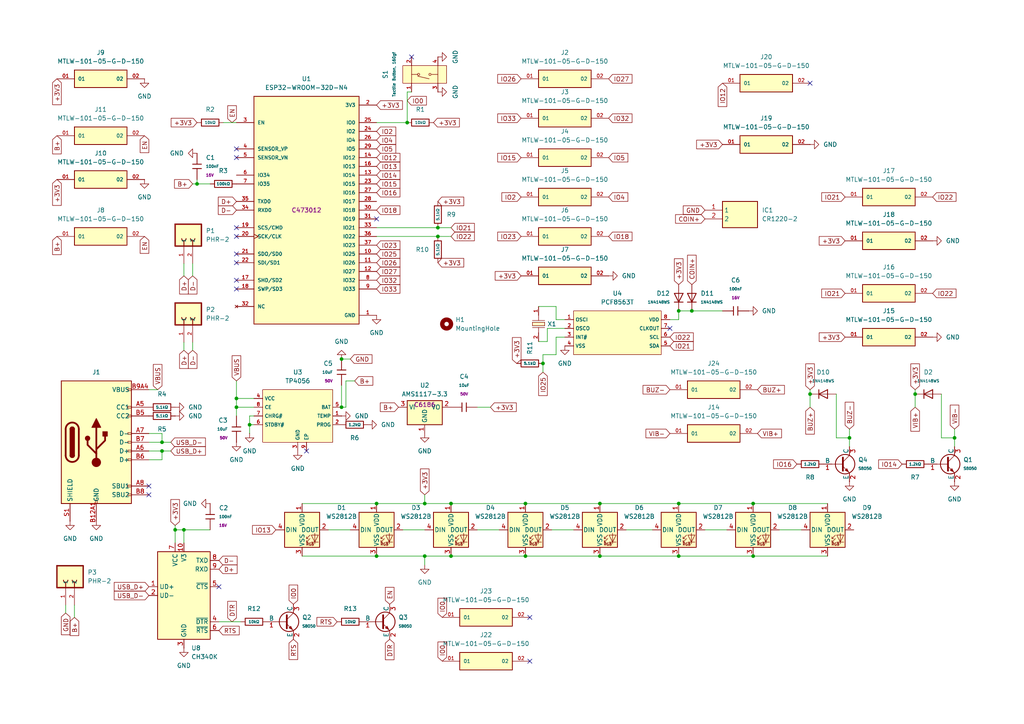
<source format=kicad_sch>
(kicad_sch (version 20250114) (generator "eeschema") (generator_version "9.0")
  (paper "A4")
  (junction (at 50.8 153.67))
  (junction (at 123.19 161.29))
  (junction (at 68.58 118.11))
  (junction (at 46.99 130.81))
  (junction (at 200.66 90.17))
  (junction (at 99.06 104.14))
  (junction (at 196.85 161.29))
  (junction (at 72.39 123.19))
  (junction (at 173.99 161.29))
  (junction (at 109.22 146.05))
  (junction (at 152.4 161.29))
  (junction (at 127 66.04))
  (junction (at 265.43 114.3))
  (junction (at 109.22 161.29))
  (junction (at 57.15 53.34))
  (junction (at 234.95 114.3))
  (junction (at 157.48 105.41))
  (junction (at 127 68.58))
  (junction (at 46.99 128.27))
  (junction (at 276.86 127))
  (junction (at 130.81 146.05))
  (junction (at 152.4 146.05))
  (junction (at 246.38 127))
  (junction (at 118.11 35.56))
  (junction (at 196.85 146.05))
  (junction (at 173.99 146.05))
  (junction (at 99.06 118.11))
  (junction (at 123.19 146.05))
  (junction (at 196.85 90.17))
  (junction (at 218.44 161.29))
  (junction (at 218.44 146.05))
  (junction (at 68.58 115.57))
  (junction (at 53.34 153.67))
  (junction (at 130.81 161.29))
  (no_connect (at 68.58 81.28))
  (no_connect (at 88.9 130.81))
  (no_connect (at 68.58 66.04))
  (no_connect (at 68.58 73.66))
  (no_connect (at 68.58 45.72))
  (no_connect (at 153.67 179.07))
  (no_connect (at 63.5 170.18))
  (no_connect (at 43.18 143.51))
  (no_connect (at 234.95 24.13))
  (no_connect (at 68.58 76.2))
  (no_connect (at 68.58 83.82))
  (no_connect (at 68.58 68.58))
  (no_connect (at 68.58 43.18))
  (no_connect (at 43.18 140.97))
  (no_connect (at 109.22 63.5))
  (no_connect (at 119.38 16.51))
  (no_connect (at 194.31 95.25))
  (no_connect (at 153.67 191.77))
  (wire (pts (xy 43.18 128.27) (xy 46.99 128.27)))
  (wire (pts (xy 118.11 35.56) (xy 109.22 35.56)))
  (wire (pts (xy 53.34 153.67) (xy 60.96 153.67)))
  (wire (pts (xy 218.44 161.29) (xy 240.03 161.29)))
  (wire (pts (xy 118.11 26.67) (xy 119.38 26.67)))
  (wire (pts (xy 242.57 114.3) (xy 242.57 127)))
  (wire (pts (xy 43.18 130.81) (xy 46.99 130.81)))
  (wire (pts (xy 109.22 66.04) (xy 127 66.04)))
  (wire (pts (xy 55.88 76.454) (xy 55.88 80.01)))
  (wire (pts (xy 109.22 68.58) (xy 127 68.58)))
  (wire (pts (xy 234.95 114.3) (xy 234.95 118.11)))
  (wire (pts (xy 138.43 118.11) (xy 142.24 118.11)))
  (wire (pts (xy 57.15 52.07) (xy 57.15 53.34)))
  (wire (pts (xy 157.48 102.87) (xy 157.48 105.41)))
  (wire (pts (xy 73.66 120.65) (xy 72.39 120.65)))
  (wire (pts (xy 127 68.58) (xy 130.81 68.58)))
  (wire (pts (xy 64.77 35.56) (xy 68.58 35.56)))
  (wire (pts (xy 160.02 153.67) (xy 166.37 153.67)))
  (wire (pts (xy 57.15 53.34) (xy 60.96 53.34)))
  (wire (pts (xy 246.38 124.46) (xy 246.38 127)))
  (wire (pts (xy 69.85 180.34) (xy 63.5 180.34)))
  (wire (pts (xy 181.61 153.67) (xy 189.23 153.67)))
  (wire (pts (xy 100.33 110.49) (xy 100.33 118.11)))
  (wire (pts (xy 53.34 99.314) (xy 53.34 101.6)))
  (wire (pts (xy 204.47 153.67) (xy 210.82 153.67)))
  (wire (pts (xy 156.21 99.06) (xy 158.75 99.06)))
  (wire (pts (xy 72.39 120.65) (xy 72.39 123.19)))
  (wire (pts (xy 130.81 161.29) (xy 152.4 161.29)))
  (wire (pts (xy 102.87 110.49) (xy 100.33 110.49)))
  (wire (pts (xy 158.75 99.06) (xy 158.75 95.25)))
  (wire (pts (xy 173.99 161.29) (xy 196.85 161.29)))
  (wire (pts (xy 161.29 92.71) (xy 161.29 88.9)))
  (wire (pts (xy 163.83 92.71) (xy 161.29 92.71)))
  (wire (pts (xy 53.34 153.67) (xy 50.8 153.67)))
  (wire (pts (xy 265.43 113.03) (xy 265.43 114.3)))
  (wire (pts (xy 118.11 35.56) (xy 118.11 26.67)))
  (wire (pts (xy 68.58 118.11) (xy 68.58 120.65)))
  (wire (pts (xy 226.06 153.67) (xy 232.41 153.67)))
  (wire (pts (xy 21.59 175.514) (xy 21.59 179.07)))
  (wire (pts (xy 127 66.04) (xy 130.81 66.04)))
  (wire (pts (xy 72.39 123.19) (xy 72.39 125.73)))
  (wire (pts (xy 196.85 92.71) (xy 194.31 92.71)))
  (wire (pts (xy 130.81 146.05) (xy 152.4 146.05)))
  (wire (pts (xy 157.48 105.41) (xy 157.48 107.95)))
  (wire (pts (xy 68.58 110.49) (xy 68.58 115.57)))
  (wire (pts (xy 234.95 113.03) (xy 234.95 114.3)))
  (wire (pts (xy 95.25 153.67) (xy 101.6 153.67)))
  (wire (pts (xy 196.85 146.05) (xy 218.44 146.05)))
  (wire (pts (xy 53.34 157.48) (xy 53.34 153.67)))
  (wire (pts (xy 99.06 111.76) (xy 99.06 118.11)))
  (wire (pts (xy 53.34 76.454) (xy 53.34 80.01)))
  (wire (pts (xy 242.57 127) (xy 246.38 127)))
  (wire (pts (xy 55.88 99.314) (xy 55.88 101.6)))
  (wire (pts (xy 173.99 146.05) (xy 196.85 146.05)))
  (wire (pts (xy 265.43 114.3) (xy 265.43 118.11)))
  (wire (pts (xy 50.8 152.4) (xy 50.8 153.67)))
  (wire (pts (xy 68.58 118.11) (xy 73.66 118.11)))
  (wire (pts (xy 196.85 90.17) (xy 200.66 90.17)))
  (wire (pts (xy 273.05 127) (xy 276.86 127)))
  (wire (pts (xy 46.99 125.73) (xy 46.99 128.27)))
  (wire (pts (xy 101.6 104.14) (xy 99.06 104.14)))
  (wire (pts (xy 276.86 127) (xy 276.86 129.54)))
  (wire (pts (xy 46.99 128.27) (xy 49.53 128.27)))
  (wire (pts (xy 46.99 133.35) (xy 46.99 130.81)))
  (wire (pts (xy 158.75 95.25) (xy 163.83 95.25)))
  (wire (pts (xy 196.85 90.17) (xy 196.85 92.71)))
  (wire (pts (xy 72.39 123.19) (xy 73.66 123.19)))
  (wire (pts (xy 123.19 161.29) (xy 123.19 163.83)))
  (wire (pts (xy 196.85 161.29) (xy 218.44 161.29)))
  (wire (pts (xy 200.66 90.17) (xy 209.55 90.17)))
  (wire (pts (xy 161.29 97.79) (xy 161.29 102.87)))
  (wire (pts (xy 68.58 115.57) (xy 73.66 115.57)))
  (wire (pts (xy 138.43 153.67) (xy 144.78 153.67)))
  (wire (pts (xy 109.22 161.29) (xy 123.19 161.29)))
  (wire (pts (xy 161.29 102.87) (xy 157.48 102.87)))
  (wire (pts (xy 45.72 113.03) (xy 43.18 113.03)))
  (wire (pts (xy 50.8 153.67) (xy 50.8 157.48)))
  (wire (pts (xy 68.58 115.57) (xy 68.58 118.11)))
  (wire (pts (xy 43.18 133.35) (xy 46.99 133.35)))
  (wire (pts (xy 46.99 130.81) (xy 49.53 130.81)))
  (wire (pts (xy 161.29 88.9) (xy 156.21 88.9)))
  (wire (pts (xy 19.05 175.514) (xy 19.05 177.8)))
  (wire (pts (xy 218.44 146.05) (xy 240.03 146.05)))
  (wire (pts (xy 87.63 161.29) (xy 109.22 161.29)))
  (wire (pts (xy 273.05 114.3) (xy 273.05 127)))
  (wire (pts (xy 152.4 161.29) (xy 173.99 161.29)))
  (wire (pts (xy 87.63 146.05) (xy 109.22 146.05)))
  (wire (pts (xy 100.33 118.11) (xy 99.06 118.11)))
  (wire (pts (xy 123.19 143.51) (xy 123.19 146.05)))
  (wire (pts (xy 276.86 124.46) (xy 276.86 127)))
  (wire (pts (xy 123.19 161.29) (xy 130.81 161.29)))
  (wire (pts (xy 152.4 146.05) (xy 173.99 146.05)))
  (wire (pts (xy 163.83 97.79) (xy 161.29 97.79)))
  (wire (pts (xy 116.84 153.67) (xy 123.19 153.67)))
  (wire (pts (xy 109.22 146.05) (xy 123.19 146.05)))
  (wire (pts (xy 123.19 146.05) (xy 130.81 146.05)))
  (wire (pts (xy 55.88 53.34) (xy 57.15 53.34)))
  (wire (pts (xy 43.18 125.73) (xy 46.99 125.73)))
  (wire (pts (xy 246.38 127) (xy 246.38 129.54)))
  (global_label "D+" (shape input) (at 53.34 101.6 270) (property "Intersheetrefs" "${INTERSHEET_REFS}" (effects (hide yes))))
  (global_label "IO25" (shape input) (at 157.48 107.95 270) (property "Intersheetrefs" "${INTERSHEET_REFS}" (effects (hide yes))))
  (global_label "VIB-" (shape input) (at 194.31 125.73 180) (property "Intersheetrefs" "${INTERSHEET_REFS}" (effects (hide yes))))
  (global_label "VIB+" (shape input) (at 219.71 125.73 0) (property "Intersheetrefs" "${INTERSHEET_REFS}" (effects (hide yes))))
  (global_label "EN" (shape input) (at 67.31 35.56 90) (property "Intersheetrefs" "${INTERSHEET_REFS}" (effects (hide yes))))
  (global_label "IO33" (shape input) (at 151.13 34.29 180) (property "Intersheetrefs" "${INTERSHEET_REFS}" (effects (hide yes))))
  (global_label "IO4" (shape input) (at 176.53 57.15 0) (property "Intersheetrefs" "${INTERSHEET_REFS}" (effects (hide yes))))
  (global_label "+3V3" (shape input) (at 245.11 69.85 180) (property "Intersheetrefs" "${INTERSHEET_REFS}" (effects (hide yes))))
  (global_label "IO0" (shape input) (at 85.09 175.26 90) (property "Intersheetrefs" "${INTERSHEET_REFS}" (effects (hide yes))))
  (global_label "GND" (shape input) (at 204.47 60.96 180) (property "Intersheetrefs" "${INTERSHEET_REFS}" (effects (hide yes))))
  (global_label "IO15" (shape input) (at 109.22 53.34 0) (property "Intersheetrefs" "${INTERSHEET_REFS}" (effects (hide yes))))
  (global_label "D+" (shape input) (at 63.5 165.1 0) (property "Intersheetrefs" "${INTERSHEET_REFS}" (effects (hide yes))))
  (global_label "+3V3" (shape input) (at 109.22 30.48 0) (property "Intersheetrefs" "${INTERSHEET_REFS}" (effects (hide yes))))
  (global_label "IO0" (shape input) (at 118.11 29.21 0) (property "Intersheetrefs" "${INTERSHEET_REFS}" (effects (hide yes))))
  (global_label "D-" (shape input) (at 63.5 162.56 0) (property "Intersheetrefs" "${INTERSHEET_REFS}" (effects (hide yes))))
  (global_label "+3V3" (shape input) (at 142.24 118.11 0) (property "Intersheetrefs" "${INTERSHEET_REFS}" (effects (hide yes))))
  (global_label "IO33" (shape input) (at 109.22 83.82 0) (property "Intersheetrefs" "${INTERSHEET_REFS}" (effects (hide yes))))
  (global_label "DTR" (shape input) (at 67.31 180.34 90) (property "Intersheetrefs" "${INTERSHEET_REFS}" (effects (hide yes))))
  (global_label "VIB-" (shape input) (at 276.86 124.46 90) (property "Intersheetrefs" "${INTERSHEET_REFS}" (effects (hide yes))))
  (global_label "IO14" (shape input) (at 261.62 134.62 180) (property "Intersheetrefs" "${INTERSHEET_REFS}" (effects (hide yes))))
  (global_label "DTR" (shape input) (at 113.03 185.42 270) (property "Intersheetrefs" "${INTERSHEET_REFS}" (effects (hide yes))))
  (global_label "IO32" (shape input) (at 109.22 81.28 0) (property "Intersheetrefs" "${INTERSHEET_REFS}" (effects (hide yes))))
  (global_label "VBUS" (shape input) (at 68.58 110.49 90) (property "Intersheetrefs" "${INTERSHEET_REFS}" (effects (hide yes))))
  (global_label "EN" (shape input) (at 113.03 175.26 90) (property "Intersheetrefs" "${INTERSHEET_REFS}" (effects (hide yes))))
  (global_label "+3V3" (shape input) (at 123.19 143.51 90) (property "Intersheetrefs" "${INTERSHEET_REFS}" (effects (hide yes))))
  (global_label "B+" (shape input) (at 16.51 39.37 270) (property "Intersheetrefs" "${INTERSHEET_REFS}" (effects (hide yes))))
  (global_label "IO2" (shape input) (at 109.22 38.1 0) (property "Intersheetrefs" "${INTERSHEET_REFS}" (effects (hide yes))))
  (global_label "B+" (shape input) (at 102.87 110.49 0) (property "Intersheetrefs" "${INTERSHEET_REFS}" (effects (hide yes))))
  (global_label "IO27" (shape input) (at 109.22 78.74 0) (property "Intersheetrefs" "${INTERSHEET_REFS}" (effects (hide yes))))
  (global_label "IO15" (shape input) (at 151.13 45.72 180) (property "Intersheetrefs" "${INTERSHEET_REFS}" (effects (hide yes))))
  (global_label "+3V3" (shape input) (at 16.51 22.86 270) (property "Intersheetrefs" "${INTERSHEET_REFS}" (effects (hide yes))))
  (global_label "+3V3" (shape input) (at 127 76.2 0) (property "Intersheetrefs" "${INTERSHEET_REFS}" (effects (hide yes))))
  (global_label "IO18" (shape input) (at 176.53 68.58 0) (property "Intersheetrefs" "${INTERSHEET_REFS}" (effects (hide yes))))
  (global_label "IO22" (shape input) (at 270.51 57.15 0) (property "Intersheetrefs" "${INTERSHEET_REFS}" (effects (hide yes))))
  (global_label "+3V3" (shape input) (at 50.8 152.4 90) (property "Intersheetrefs" "${INTERSHEET_REFS}" (effects (hide yes))))
  (global_label "USB_D-" (shape input) (at 49.53 128.27 0) (property "Intersheetrefs" "${INTERSHEET_REFS}" (effects (hide yes))))
  (global_label "D-" (shape input) (at 68.58 60.96 180) (property "Intersheetrefs" "${INTERSHEET_REFS}" (effects (hide yes))))
  (global_label "IO5" (shape input) (at 176.53 45.72 0) (property "Intersheetrefs" "${INTERSHEET_REFS}" (effects (hide yes))))
  (global_label "IO32" (shape input) (at 176.53 34.29 0) (property "Intersheetrefs" "${INTERSHEET_REFS}" (effects (hide yes))))
  (global_label "COIN+" (shape input) (at 204.47 63.5 180) (property "Intersheetrefs" "${INTERSHEET_REFS}" (effects (hide yes))))
  (global_label "IO21" (shape input) (at 194.31 100.33 0) (property "Intersheetrefs" "${INTERSHEET_REFS}" (effects (hide yes))))
  (global_label "BUZ-" (shape input) (at 194.31 113.03 180) (property "Intersheetrefs" "${INTERSHEET_REFS}" (effects (hide yes))))
  (global_label "+3V3" (shape input) (at 196.85 82.55 90) (property "Intersheetrefs" "${INTERSHEET_REFS}" (effects (hide yes))))
  (global_label "VIB+" (shape input) (at 265.43 118.11 270) (property "Intersheetrefs" "${INTERSHEET_REFS}" (effects (hide yes))))
  (global_label "+3V3" (shape input) (at 234.95 113.03 90) (property "Intersheetrefs" "${INTERSHEET_REFS}" (effects (hide yes))))
  (global_label "BUZ+" (shape input) (at 234.95 118.11 270) (property "Intersheetrefs" "${INTERSHEET_REFS}" (effects (hide yes))))
  (global_label "IO12" (shape input) (at 209.55 24.13 270) (property "Intersheetrefs" "${INTERSHEET_REFS}" (effects (hide yes))))
  (global_label "IO18" (shape input) (at 109.22 60.96 0) (property "Intersheetrefs" "${INTERSHEET_REFS}" (effects (hide yes))))
  (global_label "B+" (shape input) (at 55.88 53.34 180) (property "Intersheetrefs" "${INTERSHEET_REFS}" (effects (hide yes))))
  (global_label "IO16" (shape input) (at 231.14 134.62 180) (property "Intersheetrefs" "${INTERSHEET_REFS}" (effects (hide yes))))
  (global_label "+3V3" (shape input) (at 127 58.42 0) (property "Intersheetrefs" "${INTERSHEET_REFS}" (effects (hide yes))))
  (global_label "IO12" (shape input) (at 109.22 45.72 0) (property "Intersheetrefs" "${INTERSHEET_REFS}" (effects (hide yes))))
  (global_label "IO23" (shape input) (at 151.13 68.58 180) (property "Intersheetrefs" "${INTERSHEET_REFS}" (effects (hide yes))))
  (global_label "+3V3" (shape input) (at 245.11 97.79 180) (property "Intersheetrefs" "${INTERSHEET_REFS}" (effects (hide yes))))
  (global_label "IO22" (shape input) (at 270.51 85.09 0) (property "Intersheetrefs" "${INTERSHEET_REFS}" (effects (hide yes))))
  (global_label "VBUS" (shape input) (at 45.72 113.03 90) (property "Intersheetrefs" "${INTERSHEET_REFS}" (effects (hide yes))))
  (global_label "+3V3" (shape input) (at 16.51 52.07 270) (property "Intersheetrefs" "${INTERSHEET_REFS}" (effects (hide yes))))
  (global_label "B+" (shape input) (at 16.51 68.58 270) (property "Intersheetrefs" "${INTERSHEET_REFS}" (effects (hide yes))))
  (global_label "IO21" (shape input) (at 130.81 66.04 0) (property "Intersheetrefs" "${INTERSHEET_REFS}" (effects (hide yes))))
  (global_label "+3V3" (shape input) (at 265.43 113.03 90) (property "Intersheetrefs" "${INTERSHEET_REFS}" (effects (hide yes))))
  (global_label "IO13" (shape input) (at 109.22 48.26 0) (property "Intersheetrefs" "${INTERSHEET_REFS}" (effects (hide yes))))
  (global_label "EN" (shape input) (at 41.91 68.58 270) (property "Intersheetrefs" "${INTERSHEET_REFS}" (effects (hide yes))))
  (global_label "IO22" (shape input) (at 194.31 97.79 0) (property "Intersheetrefs" "${INTERSHEET_REFS}" (effects (hide yes))))
  (global_label "RTS" (shape input) (at 85.09 185.42 270) (property "Intersheetrefs" "${INTERSHEET_REFS}" (effects (hide yes))))
  (global_label "BUZ+" (shape input) (at 219.71 113.03 0) (property "Intersheetrefs" "${INTERSHEET_REFS}" (effects (hide yes))))
  (global_label "+3V3" (shape input) (at 209.55 41.91 180) (property "Intersheetrefs" "${INTERSHEET_REFS}" (effects (hide yes))))
  (global_label "COIN+" (shape input) (at 200.66 82.55 90) (property "Intersheetrefs" "${INTERSHEET_REFS}" (effects (hide yes))))
  (global_label "IO14" (shape input) (at 109.22 50.8 0) (property "Intersheetrefs" "${INTERSHEET_REFS}" (effects (hide yes))))
  (global_label "IO0" (shape input) (at 128.27 191.77 90) (property "Intersheetrefs" "${INTERSHEET_REFS}" (effects (hide yes))))
  (global_label "RTS" (shape input) (at 97.79 180.34 180) (property "Intersheetrefs" "${INTERSHEET_REFS}" (effects (hide yes))))
  (global_label "IO21" (shape input) (at 245.11 57.15 180) (property "Intersheetrefs" "${INTERSHEET_REFS}" (effects (hide yes))))
  (global_label "EN" (shape input) (at 41.91 39.37 270) (property "Intersheetrefs" "${INTERSHEET_REFS}" (effects (hide yes))))
  (global_label "D+" (shape input) (at 68.58 58.42 180) (property "Intersheetrefs" "${INTERSHEET_REFS}" (effects (hide yes))))
  (global_label "IO23" (shape input) (at 109.22 71.12 0) (property "Intersheetrefs" "${INTERSHEET_REFS}" (effects (hide yes))))
  (global_label "B+" (shape input) (at 115.57 118.11 180) (property "Intersheetrefs" "${INTERSHEET_REFS}" (effects (hide yes))))
  (global_label "IO0" (shape input) (at 128.27 179.07 90) (property "Intersheetrefs" "${INTERSHEET_REFS}" (effects (hide yes))))
  (global_label "IO5" (shape input) (at 109.22 43.18 0) (property "Intersheetrefs" "${INTERSHEET_REFS}" (effects (hide yes))))
  (global_label "D-" (shape input) (at 55.88 101.6 270) (property "Intersheetrefs" "${INTERSHEET_REFS}" (effects (hide yes))))
  (global_label "IO22" (shape input) (at 130.81 68.58 0) (property "Intersheetrefs" "${INTERSHEET_REFS}" (effects (hide yes))))
  (global_label "IO26" (shape input) (at 151.13 22.86 180) (property "Intersheetrefs" "${INTERSHEET_REFS}" (effects (hide yes))))
  (global_label "USB_D-" (shape input) (at 43.18 172.72 180) (property "Intersheetrefs" "${INTERSHEET_REFS}" (effects (hide yes))))
  (global_label "RTS" (shape input) (at 63.5 182.88 0) (property "Intersheetrefs" "${INTERSHEET_REFS}" (effects (hide yes))))
  (global_label "B+" (shape input) (at 21.59 179.07 270) (property "Intersheetrefs" "${INTERSHEET_REFS}" (effects (hide yes))))
  (global_label "BUZ-" (shape input) (at 246.38 124.46 90) (property "Intersheetrefs" "${INTERSHEET_REFS}" (effects (hide yes))))
  (global_label "USB_D+" (shape input) (at 43.18 170.18 180) (property "Intersheetrefs" "${INTERSHEET_REFS}" (effects (hide yes))))
  (global_label "+3V3" (shape input) (at 57.15 35.56 180) (property "Intersheetrefs" "${INTERSHEET_REFS}" (effects (hide yes))))
  (global_label "D-" (shape input) (at 55.88 80.01 270) (property "Intersheetrefs" "${INTERSHEET_REFS}" (effects (hide yes))))
  (global_label "GND" (shape input) (at 19.05 177.8 270) (property "Intersheetrefs" "${INTERSHEET_REFS}" (effects (hide yes))))
  (global_label "IO13" (shape input) (at 80.01 153.67 180) (property "Intersheetrefs" "${INTERSHEET_REFS}" (effects (hide yes))))
  (global_label "+3V3" (shape input) (at 149.86 105.41 90) (property "Intersheetrefs" "${INTERSHEET_REFS}" (effects (hide yes))))
  (global_label "IO2" (shape input) (at 151.13 57.15 180) (property "Intersheetrefs" "${INTERSHEET_REFS}" (effects (hide yes))))
  (global_label "GND" (shape input) (at 101.6 104.14 0) (property "Intersheetrefs" "${INTERSHEET_REFS}" (effects (hide yes))))
  (global_label "D+" (shape input) (at 53.34 80.01 270) (property "Intersheetrefs" "${INTERSHEET_REFS}" (effects (hide yes))))
  (global_label "USB_D+" (shape input) (at 49.53 130.81 0) (property "Intersheetrefs" "${INTERSHEET_REFS}" (effects (hide yes))))
  (global_label "+3V3" (shape input) (at 125.73 35.56 0) (property "Intersheetrefs" "${INTERSHEET_REFS}" (effects (hide yes))))
  (global_label "IO27" (shape input) (at 176.53 22.86 0) (property "Intersheetrefs" "${INTERSHEET_REFS}" (effects (hide yes))))
  (global_label "IO25" (shape input) (at 109.22 73.66 0) (property "Intersheetrefs" "${INTERSHEET_REFS}" (effects (hide yes))))
  (global_label "IO4" (shape input) (at 109.22 40.64 0) (property "Intersheetrefs" "${INTERSHEET_REFS}" (effects (hide yes))))
  (global_label "+3V3" (shape input) (at 151.13 80.01 180) (property "Intersheetrefs" "${INTERSHEET_REFS}" (effects (hide yes))))
  (global_label "IO21" (shape input) (at 245.11 85.09 180) (property "Intersheetrefs" "${INTERSHEET_REFS}" (effects (hide yes))))
  (global_label "IO16" (shape input) (at 109.22 55.88 0) (property "Intersheetrefs" "${INTERSHEET_REFS}" (effects (hide yes))))
  (global_label "IO26" (shape input) (at 109.22 76.2 0) (property "Intersheetrefs" "${INTERSHEET_REFS}" (effects (hide yes))))
  (symbol (lib_id "power:GND") (at 123.19 125.73 0) (unit 1)
    (property "Reference" "#PWR011" (effects (hide yes)))
    (property "Value" "GND" (at 123.19 130.81 0))
    (property "Description" "Power symbol creates a global label with name \"GND\" , ground" (effects (hide yes)))
  )
  (symbol (lib_id "CR1220-2:CR1220-2") (at 204.47 60.96 0) (unit 1)
    (property "Reference" "IC1" (at 220.98 60.9599 0) (effects (justify left)))
    (property "Value" "CR1220-2" (at 220.98 63.4999 0) (effects (justify left)))
    (property "Footprint" "martin:BAT-SMD_CR1220-2" (effects (hide yes)))
    (property "Datasheet" "https://datasheet.lcsc.com/szlcsc/Q-J-CR1220-2_C70381.pdf" (effects (hide yes)))
    (property "Description" "g" (effects (hide yes)))
    (property "Height" "4.1" (effects (hide yes)))
    (property "Manufacturer_Name" "Q&J" (effects (hide yes)))
    (property "Manufacturer_Part_Number" "CR1220-2" (effects (hide yes)))
    (property "LCSC" "C70381 " (effects (hide yes)))
  )
  (symbol (lib_id "power:GND") (at 176.53 80.01 90) (unit 1)
    (property "Reference" "#PWR013" (effects (hide yes)))
    (property "Value" "GND" (at 180.34 80.0099 90) (effects (justify right)))
    (property "Description" "Power symbol creates a global label with name \"GND\" , ground" (effects (hide yes)))
  )
  (symbol (lib_id "power:GND") (at 127 26.67 90) (unit 1)
    (property "Reference" "#PWR014" (effects (hide yes)))
    (property "Value" "GND" (at 132.08 26.67 0))
    (property "Description" "Power symbol creates a global label with name \"GND\" , ground" (effects (hide yes)))
  )
  (symbol (lib_id "PCM_JLCPCB-Capacitors:1206,10uF") (at 68.58 124.46 0) (mirror y) (unit 1)
    (property "Reference" "C3" (at 66.04 121.9199 0) (effects (justify left)))
    (property "Value" "10uF" (at 66.04 124.46 0) (effects (font (size 0.8 0.8)) (justify left)))
    (property "Footprint" "PCM_JLCPCB:C_1206" (effects (hide yes)))
    (property "Datasheet" "https://www.lcsc.com/datasheet/lcsc_datasheet_2304140030_Samsung-Electro-Mechanics-CL31A106KBHNNNE_C13585.pdf" (effects (hide yes)))
    (property "Description" "50V 10uF X5R ±10% 1206 Multilayer Ceramic Capacitors MLCC - SMD/SMT ROHS" (effects (hide yes)))
    (property "LCSC" "C13585" (effects (hide yes)))
    (property "Stock" "3698334" (effects (hide yes)))
    (property "Price" "0.035USD" (effects (hide yes)))
    (property "Process" "SMT" (effects (hide yes)))
    (property "Minimum Qty" "5" (effects (hide yes)))
    (property "Attrition Qty" "4" (effects (hide yes)))
    (property "Class" "Basic Component" (effects (hide yes)))
    (property "Category" "Capacitors,Multilayer Ceramic Capacitors MLCC - SMD/SMT" (effects (hide yes)))
    (property "Manufacturer" "Samsung Electro-Mechanics" (effects (hide yes)))
    (property "Part" "CL31A106KBHNNNE" (effects (hide yes)))
    (property "Voltage Rated" "50V" (at 66.04 127 0) (effects (font (size 0.8 0.8)) (justify left)))
    (property "Tolerance" "±10%" (effects (hide yes)))
    (property "Capacitance" "10uF" (effects (hide yes)))
    (property "Temperature Coefficient" "X5R" (effects (hide yes)))
  )
  (symbol (lib_id "MTLW-101-05-G-D-150:MTLW-101-05-G-D-150") (at 29.21 22.86 0) (unit 1) (in_bom no)
    (property "Reference" "J9" (at 29.21 15.24 0))
    (property "Value" "MTLW-101-05-G-D-150" (at 29.21 17.78 0))
    (property "Footprint" "footprints:SAMTEC_MTLW-101-05-G-D-150" (effects (hide yes)))
    (property "MF" "Samtec" (effects (hide yes)))
    (property "Description_1" "Connector Header Through Hole 2 position" (effects (hide yes)))
    (property "Package" "None" (effects (hide yes)))
    (property "Price" "None" (effects (hide yes)))
    (property "Check_prices" "https://www.snapeda.com/parts/MTLW-101-05-G-D-150/Samtec/view-part/?ref=eda" (effects (hide yes)))
    (property "STANDARD" "Manufacturer Recommendations" (effects (hide yes)))
    (property "PARTREV" "R" (effects (hide yes)))
    (property "SnapEDA_Link" "https://www.snapeda.com/parts/MTLW-101-05-G-D-150/Samtec/view-part/?ref=snap" (effects (hide yes)))
    (property "MP" "MTLW-101-05-G-D-150" (effects (hide yes)))
    (property "Purchase-URL" "https://www.snapeda.com/api/url_track_click_mouser/?unipart_id=3297780&manufacturer=Samtec&part_name=MTLW-101-05-G-D-150&search_term=header" (effects (hide yes)))
    (property "Availability" "In Stock" (effects (hide yes)))
    (property "MANUFACTURER" "Samtec" (effects (hide yes)))
  )
  (symbol (lib_id "PCM_JLCPCB-Extended:LED, WS2812B, 5050") (at 173.99 153.67 0) (unit 1)
    (property "Reference" "D6" (at 185.42 147.2498 0))
    (property "Value" "WS2812B" (at 185.42 149.7898 0))
    (property "Footprint" "PCM_JLCPCB:LED_WS2812B_PLCC4_5.0x5.0mm_P3.2mm" (effects (hide yes)))
    (property "Datasheet" "https://wmsc.lcsc.com/wmsc/upload/file/pdf/v2/lcsc/2406131538_XINGLIGHT-XL-5050RGBC-WS2812B-S_C22461793.pdf" (effects (hide yes)))
    (property "Description" "RGB LED with integrated controller" (effects (hide yes)))
    (property "LCSC" "C22461793" (effects (hide yes)))
  )
  (symbol (lib_id "PCM_JLCPCB-Capacitors:1206,10uF") (at 99.06 107.95 0) (mirror y) (unit 1)
    (property "Reference" "C5" (at 96.52 105.4099 0) (effects (justify left)))
    (property "Value" "10uF" (at 96.52 107.95 0) (effects (font (size 0.8 0.8)) (justify left)))
    (property "Footprint" "PCM_JLCPCB:C_1206" (effects (hide yes)))
    (property "Datasheet" "https://www.lcsc.com/datasheet/lcsc_datasheet_2304140030_Samsung-Electro-Mechanics-CL31A106KBHNNNE_C13585.pdf" (effects (hide yes)))
    (property "Description" "50V 10uF X5R ±10% 1206 Multilayer Ceramic Capacitors MLCC - SMD/SMT ROHS" (effects (hide yes)))
    (property "LCSC" "C13585" (effects (hide yes)))
    (property "Stock" "3698334" (effects (hide yes)))
    (property "Price" "0.035USD" (effects (hide yes)))
    (property "Process" "SMT" (effects (hide yes)))
    (property "Minimum Qty" "5" (effects (hide yes)))
    (property "Attrition Qty" "4" (effects (hide yes)))
    (property "Class" "Basic Component" (effects (hide yes)))
    (property "Category" "Capacitors,Multilayer Ceramic Capacitors MLCC - SMD/SMT" (effects (hide yes)))
    (property "Manufacturer" "Samsung Electro-Mechanics" (effects (hide yes)))
    (property "Part" "CL31A106KBHNNNE" (effects (hide yes)))
    (property "Voltage Rated" "50V" (at 96.52 110.49 0) (effects (font (size 0.8 0.8)) (justify left)))
    (property "Tolerance" "±10%" (effects (hide yes)))
    (property "Capacitance" "10uF" (effects (hide yes)))
    (property "Temperature Coefficient" "X5R" (effects (hide yes)))
  )
  (symbol (lib_id "MTLW-101-05-G-D-150:MTLW-101-05-G-D-150") (at 163.83 80.01 0) (unit 1) (in_bom no)
    (property "Reference" "J7" (at 163.83 72.39 0))
    (property "Value" "MTLW-101-05-G-D-150" (at 163.83 74.93 0))
    (property "Footprint" "footprints:SAMTEC_MTLW-101-05-G-D-150" (effects (hide yes)))
    (property "MF" "Samtec" (effects (hide yes)))
    (property "Description_1" "Connector Header Through Hole 2 position" (effects (hide yes)))
    (property "Package" "None" (effects (hide yes)))
    (property "Price" "None" (effects (hide yes)))
    (property "Check_prices" "https://www.snapeda.com/parts/MTLW-101-05-G-D-150/Samtec/view-part/?ref=eda" (effects (hide yes)))
    (property "STANDARD" "Manufacturer Recommendations" (effects (hide yes)))
    (property "PARTREV" "R" (effects (hide yes)))
    (property "SnapEDA_Link" "https://www.snapeda.com/parts/MTLW-101-05-G-D-150/Samtec/view-part/?ref=snap" (effects (hide yes)))
    (property "MP" "MTLW-101-05-G-D-150" (effects (hide yes)))
    (property "Purchase-URL" "https://www.snapeda.com/api/url_track_click_mouser/?unipart_id=3297780&manufacturer=Samtec&part_name=MTLW-101-05-G-D-150&search_term=header" (effects (hide yes)))
    (property "Availability" "In Stock" (effects (hide yes)))
    (property "MANUFACTURER" "Samtec" (effects (hide yes)))
  )
  (symbol (lib_id "PCM_JLCPCB-Diodes:Switching,1N4148WS") (at 238.76 114.3 270) (unit 1)
    (property "Reference" "D10" (at 238.76 107.95 90))
    (property "Value" "1N4148WS" (at 238.76 110.49 90) (effects (font (size 0.8 0.8))))
    (property "Footprint" "PCM_JLCPCB:D_SOD-323" (effects (hide yes)))
    (property "Datasheet" "https://www.lcsc.com/datasheet/lcsc_datasheet_1810101110_Jiangsu-Changjing-Electronics-Technology-Co---Ltd--1N4148WS_C2128.pdf" (effects (hide yes)))
    (property "Description" "100V Independent Type 1.25V@150mA 4ns 150mA SOD-323 Switching Diodes ROHS" (effects (hide yes)))
    (property "LCSC" "C2128" (effects (hide yes)))
    (property "Stock" "4063776" (effects (hide yes)))
    (property "Price" "0.012USD" (effects (hide yes)))
    (property "Process" "SMT" (effects (hide yes)))
    (property "Minimum Qty" "20" (effects (hide yes)))
    (property "Attrition Qty" "10" (effects (hide yes)))
    (property "Class" "Basic Component" (effects (hide yes)))
    (property "Category" "Diodes,Switching Diode" (effects (hide yes)))
    (property "Manufacturer" "Changjiang Electronics Tech (CJ)" (effects (hide yes)))
    (property "Part" "1N4148WS" (effects (hide yes)))
    (property "Rectified Current" "150mA" (effects (hide yes)))
    (property "Forward Voltage (Vf@If)" "1.25V@150mA" (effects (hide yes)))
    (property "Reverse Voltage (Vr)" "100V" (effects (hide yes)))
    (property "Reverse Recovery Time (trr)" "4ns" (effects (hide yes)))
    (property "Diode Configuration" "Independent Type" (effects (hide yes)))
    (property "Reverse Leakage Current" "1uA@75V" (effects (hide yes)))
  )
  (symbol (lib_id "MTLW-101-05-G-D-150:MTLW-101-05-G-D-150") (at 257.81 69.85 0) (unit 1) (in_bom no)
    (property "Reference" "J18" (at 257.81 62.23 0))
    (property "Value" "MTLW-101-05-G-D-150" (at 257.81 64.77 0))
    (property "Footprint" "footprints:SAMTEC_MTLW-101-05-G-D-150" (effects (hide yes)))
    (property "MF" "Samtec" (effects (hide yes)))
    (property "Description_1" "Connector Header Through Hole 2 position" (effects (hide yes)))
    (property "Package" "None" (effects (hide yes)))
    (property "Price" "None" (effects (hide yes)))
    (property "Check_prices" "https://www.snapeda.com/parts/MTLW-101-05-G-D-150/Samtec/view-part/?ref=eda" (effects (hide yes)))
    (property "STANDARD" "Manufacturer Recommendations" (effects (hide yes)))
    (property "PARTREV" "R" (effects (hide yes)))
    (property "SnapEDA_Link" "https://www.snapeda.com/parts/MTLW-101-05-G-D-150/Samtec/view-part/?ref=snap" (effects (hide yes)))
    (property "MP" "MTLW-101-05-G-D-150" (effects (hide yes)))
    (property "Purchase-URL" "https://www.snapeda.com/api/url_track_click_mouser/?unipart_id=3297780&manufacturer=Samtec&part_name=MTLW-101-05-G-D-150&search_term=header" (effects (hide yes)))
    (property "Availability" "In Stock" (effects (hide yes)))
    (property "MANUFACTURER" "Samtec" (effects (hide yes)))
  )
  (symbol (lib_id "MTLW-101-05-G-D-150:MTLW-101-05-G-D-150") (at 163.83 57.15 0) (unit 1) (in_bom no)
    (property "Reference" "J5" (at 163.83 49.53 0))
    (property "Value" "MTLW-101-05-G-D-150" (at 163.83 52.07 0))
    (property "Footprint" "footprints:SAMTEC_MTLW-101-05-G-D-150" (effects (hide yes)))
    (property "MF" "Samtec" (effects (hide yes)))
    (property "Description_1" "Connector Header Through Hole 2 position" (effects (hide yes)))
    (property "Package" "None" (effects (hide yes)))
    (property "Price" "None" (effects (hide yes)))
    (property "Check_prices" "https://www.snapeda.com/parts/MTLW-101-05-G-D-150/Samtec/view-part/?ref=eda" (effects (hide yes)))
    (property "STANDARD" "Manufacturer Recommendations" (effects (hide yes)))
    (property "PARTREV" "R" (effects (hide yes)))
    (property "SnapEDA_Link" "https://www.snapeda.com/parts/MTLW-101-05-G-D-150/Samtec/view-part/?ref=snap" (effects (hide yes)))
    (property "MP" "MTLW-101-05-G-D-150" (effects (hide yes)))
    (property "Purchase-URL" "https://www.snapeda.com/api/url_track_click_mouser/?unipart_id=3297780&manufacturer=Samtec&part_name=MTLW-101-05-G-D-150&search_term=header" (effects (hide yes)))
    (property "Availability" "In Stock" (effects (hide yes)))
    (property "MANUFACTURER" "Samtec" (effects (hide yes)))
  )
  (symbol (lib_id "power:GND") (at 127 16.51 90) (unit 1)
    (property "Reference" "#PWR05" (effects (hide yes)))
    (property "Value" "GND" (at 132.08 16.51 0))
    (property "Description" "Power symbol creates a global label with name \"GND\" , ground" (effects (hide yes)))
  )
  (symbol (lib_id "PCM_JLCPCB-Capacitors:0402,100nF") (at 60.96 149.86 0) (unit 1)
    (property "Reference" "C2" (at 63.5 147.3199 0) (effects (justify left)))
    (property "Value" "100nF" (at 63.5 149.86 0) (effects (font (size 0.8 0.8)) (justify left)))
    (property "Footprint" "PCM_JLCPCB:C_0402" (effects (hide yes)))
    (property "Datasheet" "https://www.lcsc.com/datasheet/lcsc_datasheet_2304140030_Samsung-Electro-Mechanics-CL05B104KO5NNNC_C1525.pdf" (effects (hide yes)))
    (property "Description" "16V 100nF X7R ±10% 0402 Multilayer Ceramic Capacitors MLCC - SMD/SMT ROHS" (effects (hide yes)))
    (property "LCSC" "C1525" (effects (hide yes)))
    (property "Stock" "20208285" (effects (hide yes)))
    (property "Price" "0.004USD" (effects (hide yes)))
    (property "Process" "SMT" (effects (hide yes)))
    (property "Minimum Qty" "20" (effects (hide yes)))
    (property "Attrition Qty" "10" (effects (hide yes)))
    (property "Class" "Basic Component" (effects (hide yes)))
    (property "Category" "Capacitors,Multilayer Ceramic Capacitors MLCC - SMD/SMT" (effects (hide yes)))
    (property "Manufacturer" "Samsung Electro-Mechanics" (effects (hide yes)))
    (property "Part" "CL05B104KO5NNNC" (effects (hide yes)))
    (property "Voltage Rated" "16V" (at 63.5 152.4 0) (effects (font (size 0.8 0.8)) (justify left)))
    (property "Tolerance" "±10%" (effects (hide yes)))
    (property "Capacitance" "100nF" (effects (hide yes)))
    (property "Temperature Coefficient" "X7R" (effects (hide yes)))
  )
  (symbol (lib_id "power:GND") (at 50.8 118.11 90) (unit 1)
    (property "Reference" "#PWR01" (effects (hide yes)))
    (property "Value" "GND" (at 54.61 118.1099 90) (effects (justify right)))
    (property "Description" "Power symbol creates a global label with name \"GND\" , ground" (effects (hide yes)))
  )
  (symbol (lib_id "PCM_JLCPCB-Connectors_Buttons:Tactile Button, 160gf, 12V, 50mA, 5.1mm") (at 121.92 21.59 90) (unit 1)
    (property "Reference" "S1" (at 111.76 21.59 0))
    (property "Value" "Tactile Button, 160gf" (at 114.3 21.59 0) (effects (font (size 0.8 0.8))))
    (property "Footprint" "PCM_JLCPCB:SW-SMD_4P-L5.1-W5.1-P3.70-LS6.5-TL-2" (effects (hide yes)))
    (property "Datasheet" "https://www.lcsc.com/datasheet/lcsc_datasheet_2304140030_XKB-Connection-TS-1187A-B-A-B_C318884.pdf" (effects (hide yes)))
    (property "Description" "None Without 50mA 5.1mm 100000 Times 160gf 12V 5.1mm 1.5mm Round Button Standing paste SPST SMD Tactile Switches ROHS" (effects (hide yes)))
    (property "LCSC" "C318884" (effects (hide yes)))
    (property "Stock" "472664" (effects (hide yes)))
    (property "Price" "0.025USD" (effects (hide yes)))
    (property "Process" "SMT" (effects (hide yes)))
    (property "Minimum Qty" "10" (effects (hide yes)))
    (property "Attrition Qty" "5" (effects (hide yes)))
    (property "Class" "Basic Component" (effects (hide yes)))
    (property "Category" "Switches,Tactile Switches" (effects (hide yes)))
    (property "Manufacturer" "XKB Connectivity" (effects (hide yes)))
    (property "Part" "TS-1187A-B-A-B" (effects (hide yes)))
    (property "Switch Length" "5.1mm" (effects (hide yes)))
    (property "Voltage Rating (Dc)" "12V" (effects (hide yes)))
    (property "With Lamp" "No" (effects (hide yes)))
    (property "Operating Force" "160gf" (effects (hide yes)))
    (property "Actuator/Cap Color" "Golden" (effects (hide yes)))
    (property "Mechanical Life" "100000 Times" (effects (hide yes)))
    (property "Strike Gundam" "NO" (effects (hide yes)))
    (property "Circuit" "SPST" (effects (hide yes)))
    (property "Switch Height" "1.5mm" (effects (hide yes)))
    (property "Actuator Style" "Round Button" (effects (hide yes)))
    (property "Switch Width" "5.1mm" (effects (hide yes)))
    (property "Contact Current" "50mA" (effects (hide yes)))
    (property "Operating Temperature" "-30°C~+85°C" (effects (hide yes)))
    (property "Mounting Style" "Brick nogging" (effects (hide yes)))
  )
  (symbol (lib_id "PCM_JLCPCB-Diodes:Switching,1N4148WS") (at 200.66 86.36 0) (unit 1)
    (property "Reference" "D11" (at 203.2 85.0899 0) (effects (justify left)))
    (property "Value" "1N4148WS" (at 203.2 87.63 0) (effects (font (size 0.8 0.8)) (justify left)))
    (property "Footprint" "PCM_JLCPCB:D_SOD-323" (effects (hide yes)))
    (property "Datasheet" "https://www.lcsc.com/datasheet/lcsc_datasheet_1810101110_Jiangsu-Changjing-Electronics-Technology-Co---Ltd--1N4148WS_C2128.pdf" (effects (hide yes)))
    (property "Description" "100V Independent Type 1.25V@150mA 4ns 150mA SOD-323 Switching Diodes ROHS" (effects (hide yes)))
    (property "LCSC" "C2128" (effects (hide yes)))
    (property "Stock" "4063776" (effects (hide yes)))
    (property "Price" "0.012USD" (effects (hide yes)))
    (property "Process" "SMT" (effects (hide yes)))
    (property "Minimum Qty" "20" (effects (hide yes)))
    (property "Attrition Qty" "10" (effects (hide yes)))
    (property "Class" "Basic Component" (effects (hide yes)))
    (property "Category" "Diodes,Switching Diode" (effects (hide yes)))
    (property "Manufacturer" "Changjiang Electronics Tech (CJ)" (effects (hide yes)))
    (property "Part" "1N4148WS" (effects (hide yes)))
    (property "Rectified Current" "150mA" (effects (hide yes)))
    (property "Forward Voltage (Vf@If)" "1.25V@150mA" (effects (hide yes)))
    (property "Reverse Voltage (Vr)" "100V" (effects (hide yes)))
    (property "Reverse Recovery Time (trr)" "4ns" (effects (hide yes)))
    (property "Diode Configuration" "Independent Type" (effects (hide yes)))
    (property "Reverse Leakage Current" "1uA@75V" (effects (hide yes)))
  )
  (symbol (lib_id "MTLW-101-05-G-D-150:MTLW-101-05-G-D-150") (at 163.83 34.29 0) (unit 1) (in_bom no)
    (property "Reference" "J3" (at 163.83 26.67 0))
    (property "Value" "MTLW-101-05-G-D-150" (at 163.83 29.21 0))
    (property "Footprint" "footprints:SAMTEC_MTLW-101-05-G-D-150" (effects (hide yes)))
    (property "MF" "Samtec" (effects (hide yes)))
    (property "Description_1" "Connector Header Through Hole 2 position" (effects (hide yes)))
    (property "Package" "None" (effects (hide yes)))
    (property "Price" "None" (effects (hide yes)))
    (property "Check_prices" "https://www.snapeda.com/parts/MTLW-101-05-G-D-150/Samtec/view-part/?ref=eda" (effects (hide yes)))
    (property "STANDARD" "Manufacturer Recommendations" (effects (hide yes)))
    (property "PARTREV" "R" (effects (hide yes)))
    (property "SnapEDA_Link" "https://www.snapeda.com/parts/MTLW-101-05-G-D-150/Samtec/view-part/?ref=snap" (effects (hide yes)))
    (property "MP" "MTLW-101-05-G-D-150" (effects (hide yes)))
    (property "Purchase-URL" "https://www.snapeda.com/api/url_track_click_mouser/?unipart_id=3297780&manufacturer=Samtec&part_name=MTLW-101-05-G-D-150&search_term=header" (effects (hide yes)))
    (property "Availability" "In Stock" (effects (hide yes)))
    (property "MANUFACTURER" "Samtec" (effects (hide yes)))
  )
  (symbol (lib_id "PCM_JLCPCB-Diodes:Switching,1N4148WS") (at 269.24 114.3 270) (unit 1)
    (property "Reference" "D2" (at 269.24 107.95 90))
    (property "Value" "1N4148WS" (at 269.24 110.49 90) (effects (font (size 0.8 0.8))))
    (property "Footprint" "PCM_JLCPCB:D_SOD-323" (effects (hide yes)))
    (property "Datasheet" "https://www.lcsc.com/datasheet/lcsc_datasheet_1810101110_Jiangsu-Changjing-Electronics-Technology-Co---Ltd--1N4148WS_C2128.pdf" (effects (hide yes)))
    (property "Description" "100V Independent Type 1.25V@150mA 4ns 150mA SOD-323 Switching Diodes ROHS" (effects (hide yes)))
    (property "LCSC" "C2128" (effects (hide yes)))
    (property "Stock" "4063776" (effects (hide yes)))
    (property "Price" "0.012USD" (effects (hide yes)))
    (property "Process" "SMT" (effects (hide yes)))
    (property "Minimum Qty" "20" (effects (hide yes)))
    (property "Attrition Qty" "10" (effects (hide yes)))
    (property "Class" "Basic Component" (effects (hide yes)))
    (property "Category" "Diodes,Switching Diode" (effects (hide yes)))
    (property "Manufacturer" "Changjiang Electronics Tech (CJ)" (effects (hide yes)))
    (property "Part" "1N4148WS" (effects (hide yes)))
    (property "Rectified Current" "150mA" (effects (hide yes)))
    (property "Forward Voltage (Vf@If)" "1.25V@150mA" (effects (hide yes)))
    (property "Reverse Voltage (Vr)" "100V" (effects (hide yes)))
    (property "Reverse Recovery Time (trr)" "4ns" (effects (hide yes)))
    (property "Diode Configuration" "Independent Type" (effects (hide yes)))
    (property "Reverse Leakage Current" "1uA@75V" (effects (hide yes)))
  )
  (symbol (lib_id "power:GND") (at 234.95 41.91 90) (unit 1)
    (property "Reference" "#PWR021" (effects (hide yes)))
    (property "Value" "GND" (at 238.76 41.9099 90) (effects (justify right)))
    (property "Description" "Power symbol creates a global label with name \"GND\" , ground" (effects (hide yes)))
  )
  (symbol (lib_id "PCM_JLCPCB-Resistors:0402,5.1kΩ") (at 127 72.39 0) (mirror x) (unit 1)
    (property "Reference" "R10" (at 124.46 72.3899 0) (effects (justify right)))
    (property "Value" "5.1kΩ" (at 127 72.39 90) (effects (font (size 0.8 0.8))))
    (property "Footprint" "PCM_JLCPCB:R_0402" (effects (hide yes)))
    (property "Datasheet" "https://www.lcsc.com/datasheet/lcsc_datasheet_2206010045_UNI-ROYAL-Uniroyal-Elec-0402WGF5101TCE_C25905.pdf" (effects (hide yes)))
    (property "Description" "62.5mW Thick Film Resistors 50V ±100ppm/°C ±1% 5.1kΩ 0402 Chip Resistor - Surface Mount ROHS" (effects (hide yes)))
    (property "LCSC" "C25905" (effects (hide yes)))
    (property "Stock" "3534773" (effects (hide yes)))
    (property "Price" "0.004USD" (effects (hide yes)))
    (property "Process" "SMT" (effects (hide yes)))
    (property "Minimum Qty" "20" (effects (hide yes)))
    (property "Attrition Qty" "10" (effects (hide yes)))
    (property "Class" "Basic Component" (effects (hide yes)))
    (property "Category" "Resistors,Chip Resistor - Surface Mount" (effects (hide yes)))
    (property "Manufacturer" "UNI-ROYAL(Uniroyal Elec)" (effects (hide yes)))
    (property "Part" "0402WGF5101TCE" (effects (hide yes)))
    (property "Resistance" "5.1kΩ" (effects (hide yes)))
    (property "Power(Watts)" "62.5mW" (effects (hide yes)))
    (property "Type" "Thick Film Resistors" (effects (hide yes)))
    (property "Overload Voltage (Max)" "50V" (effects (hide yes)))
    (property "Operating Temperature Range" "-55°C~+155°C" (effects (hide yes)))
    (property "Tolerance" "±1%" (effects (hide yes)))
    (property "Temperature Coefficient" "±100ppm/°C" (effects (hide yes)))
  )
  (symbol (lib_id "MTLW-101-05-G-D-150:MTLW-101-05-G-D-150") (at 163.83 22.86 0) (unit 1) (in_bom no)
    (property "Reference" "J2" (at 163.83 15.24 0))
    (property "Value" "MTLW-101-05-G-D-150" (at 163.83 17.78 0))
    (property "Footprint" "footprints:SAMTEC_MTLW-101-05-G-D-150" (effects (hide yes)))
    (property "MF" "Samtec" (effects (hide yes)))
    (property "Description_1" "Connector Header Through Hole 2 position" (effects (hide yes)))
    (property "Package" "None" (effects (hide yes)))
    (property "Price" "None" (effects (hide yes)))
    (property "Check_prices" "https://www.snapeda.com/parts/MTLW-101-05-G-D-150/Samtec/view-part/?ref=eda" (effects (hide yes)))
    (property "STANDARD" "Manufacturer Recommendations" (effects (hide yes)))
    (property "PARTREV" "R" (effects (hide yes)))
    (property "SnapEDA_Link" "https://www.snapeda.com/parts/MTLW-101-05-G-D-150/Samtec/view-part/?ref=snap" (effects (hide yes)))
    (property "MP" "MTLW-101-05-G-D-150" (effects (hide yes)))
    (property "Purchase-URL" "https://www.snapeda.com/api/url_track_click_mouser/?unipart_id=3297780&manufacturer=Samtec&part_name=MTLW-101-05-G-D-150&search_term=header" (effects (hide yes)))
    (property "Availability" "In Stock" (effects (hide yes)))
    (property "MANUFACTURER" "Samtec" (effects (hide yes)))
  )
  (symbol (lib_id "PCM_JLCPCB-Capacitors:1206,10uF") (at 134.62 118.11 90) (unit 1)
    (property "Reference" "C4" (at 134.62 109.22 90))
    (property "Value" "10uF" (at 134.62 111.76 90) (effects (font (size 0.8 0.8))))
    (property "Footprint" "PCM_JLCPCB:C_1206" (effects (hide yes)))
    (property "Datasheet" "https://www.lcsc.com/datasheet/lcsc_datasheet_2304140030_Samsung-Electro-Mechanics-CL31A106KBHNNNE_C13585.pdf" (effects (hide yes)))
    (property "Description" "50V 10uF X5R ±10% 1206 Multilayer Ceramic Capacitors MLCC - SMD/SMT ROHS" (effects (hide yes)))
    (property "LCSC" "C13585" (effects (hide yes)))
    (property "Stock" "3698334" (effects (hide yes)))
    (property "Price" "0.035USD" (effects (hide yes)))
    (property "Process" "SMT" (effects (hide yes)))
    (property "Minimum Qty" "5" (effects (hide yes)))
    (property "Attrition Qty" "4" (effects (hide yes)))
    (property "Class" "Basic Component" (effects (hide yes)))
    (property "Category" "Capacitors,Multilayer Ceramic Capacitors MLCC - SMD/SMT" (effects (hide yes)))
    (property "Manufacturer" "Samsung Electro-Mechanics" (effects (hide yes)))
    (property "Part" "CL31A106KBHNNNE" (effects (hide yes)))
    (property "Voltage Rated" "50V" (at 134.62 114.3 90) (effects (font (size 0.8 0.8))))
    (property "Tolerance" "±10%" (effects (hide yes)))
    (property "Capacitance" "10uF" (effects (hide yes)))
    (property "Temperature Coefficient" "X5R" (effects (hide yes)))
  )
  (symbol (lib_id "PCM_JLCPCB-Crystals:Crystal, 32.768kHz, 13pF") (at 156.21 93.98 270) (unit 1)
    (property "Reference" "X1" (at 158.75 93.9799 90) (effects (justify left)))
    (property "Value" "Q13FC1350000400" (effects (hide yes)))
    (property "Footprint" "PCM_JLCPCB:FC-135R_L3.2-W1.5" (effects (hide yes)))
    (property "Datasheet" "https://www.lcsc.com/datasheet/lcsc_datasheet_2404180925_Seiko-Epson-Q13FC13500004_C32346.pdf" (effects (hide yes)))
    (property "Description" "32.768kHz Surface Mount Crystal 12.5pF ±20ppm SMD3215-2P Crystals ROHS" (effects (hide yes)))
    (property "LCSC" "C32346" (effects (hide yes)))
    (property "Stock" "736610" (effects (hide yes)))
    (property "Price" "0.182USD" (effects (hide yes)))
    (property "Process" "SMT" (effects (hide yes)))
    (property "Minimum Qty" "5" (effects (hide yes)))
    (property "Attrition Qty" "0" (effects (hide yes)))
    (property "Class" "Basic Component" (effects (hide yes)))
    (property "Category" "Crystals/Oscillators/Resonators,Crystals" (effects (hide yes)))
    (property "Manufacturer" "Seiko Epson" (effects (hide yes)))
    (property "Part" "Q13FC13500004" (effects (hide yes)))
    (property "Frequency" "32.768kHz" (effects (hide yes)))
    (property "Equivalent Series Resistance (Esr)" "70kΩ" (effects (hide yes)))
    (property "Operating Temperature" "-40°C~+85°C" (effects (hide yes)))
    (property "Frequency Tolerance" "±20ppm" (effects (hide yes)))
    (property "Crystal Type" "SMD Crystal Resonator" (effects (hide yes)))
    (property "Load Capacitance" "12.5pF" (effects (hide yes)))
    (property "Normal Temperature Frequency Tolerance" "±20ppm" (effects (hide yes)))
    (property "Equivalent Series Resistance(Esr)" "70kΩ" (effects (hide yes)))
    (property "Type" "Surface Mount Crystal" (effects (hide yes)))
  )
  (symbol (lib_id "PCM_JLCPCB-Resistors:0402,10kΩ") (at 121.92 35.56 90) (unit 1)
    (property "Reference" "R1" (at 121.92 31.75 90))
    (property "Value" "10kΩ" (at 121.92 35.56 90) (effects (font (size 0.8 0.8))))
    (property "Footprint" "PCM_JLCPCB:R_0402" (effects (hide yes)))
    (property "Datasheet" "https://www.lcsc.com/datasheet/lcsc_datasheet_2411221126_UNI-ROYAL-Uniroyal-Elec-0402WGF1002TCE_C25744.pdf" (effects (hide yes)))
    (property "Description" "62.5mW Thick Film Resistors 50V ±100ppm/°C ±1% 10kΩ 0402 Chip Resistor - Surface Mount ROHS" (effects (hide yes)))
    (property "LCSC" "C25744" (effects (hide yes)))
    (property "Stock" "24372091" (effects (hide yes)))
    (property "Price" "0.004USD" (effects (hide yes)))
    (property "Process" "SMT" (effects (hide yes)))
    (property "Minimum Qty" "20" (effects (hide yes)))
    (property "Attrition Qty" "10" (effects (hide yes)))
    (property "Class" "Basic Component" (effects (hide yes)))
    (property "Category" "Resistors,Chip Resistor - Surface Mount" (effects (hide yes)))
    (property "Manufacturer" "UNI-ROYAL(Uniroyal Elec)" (effects (hide yes)))
    (property "Part" "0402WGF1002TCE" (effects (hide yes)))
    (property "Resistance" "10kΩ" (effects (hide yes)))
    (property "Power(Watts)" "62.5mW" (effects (hide yes)))
    (property "Type" "Thick Film Resistors" (effects (hide yes)))
    (property "Overload Voltage (Max)" "50V" (effects (hide yes)))
    (property "Operating Temperature Range" "-55°C~+155°C" (effects (hide yes)))
    (property "Tolerance" "±1%" (effects (hide yes)))
    (property "Temperature Coefficient" "±100ppm/°C" (effects (hide yes)))
  )
  (symbol (lib_id "MTLW-101-05-G-D-150:MTLW-101-05-G-D-150") (at 257.81 85.09 0) (unit 1) (in_bom no)
    (property "Reference" "J16" (at 257.81 77.47 0))
    (property "Value" "MTLW-101-05-G-D-150" (at 257.81 80.01 0))
    (property "Footprint" "footprints:SAMTEC_MTLW-101-05-G-D-150" (effects (hide yes)))
    (property "MF" "Samtec" (effects (hide yes)))
    (property "Description_1" "Connector Header Through Hole 2 position" (effects (hide yes)))
    (property "Package" "None" (effects (hide yes)))
    (property "Price" "None" (effects (hide yes)))
    (property "Check_prices" "https://www.snapeda.com/parts/MTLW-101-05-G-D-150/Samtec/view-part/?ref=eda" (effects (hide yes)))
    (property "STANDARD" "Manufacturer Recommendations" (effects (hide yes)))
    (property "PARTREV" "R" (effects (hide yes)))
    (property "SnapEDA_Link" "https://www.snapeda.com/parts/MTLW-101-05-G-D-150/Samtec/view-part/?ref=snap" (effects (hide yes)))
    (property "MP" "MTLW-101-05-G-D-150" (effects (hide yes)))
    (property "Purchase-URL" "https://www.snapeda.com/api/url_track_click_mouser/?unipart_id=3297780&manufacturer=Samtec&part_name=MTLW-101-05-G-D-150&search_term=header" (effects (hide yes)))
    (property "Availability" "In Stock" (effects (hide yes)))
    (property "MANUFACTURER" "Samtec" (effects (hide yes)))
  )
  (symbol (lib_id "power:GND") (at 246.38 139.7 0) (unit 1)
    (property "Reference" "#PWR04" (effects (hide yes)))
    (property "Value" "GND" (at 246.38 144.78 0))
    (property "Description" "Power symbol creates a global label with name \"GND\" , ground" (effects (hide yes)))
  )
  (symbol (lib_id "MTLW-101-05-G-D-150:MTLW-101-05-G-D-150") (at 222.25 41.91 0) (unit 1) (in_bom no)
    (property "Reference" "J19" (at 222.25 34.29 0))
    (property "Value" "MTLW-101-05-G-D-150" (at 222.25 36.83 0))
    (property "Footprint" "footprints:SAMTEC_MTLW-101-05-G-D-150" (effects (hide yes)))
    (property "MF" "Samtec" (effects (hide yes)))
    (property "Description_1" "Connector Header Through Hole 2 position" (effects (hide yes)))
    (property "Package" "None" (effects (hide yes)))
    (property "Price" "None" (effects (hide yes)))
    (property "Check_prices" "https://www.snapeda.com/parts/MTLW-101-05-G-D-150/Samtec/view-part/?ref=eda" (effects (hide yes)))
    (property "STANDARD" "Manufacturer Recommendations" (effects (hide yes)))
    (property "PARTREV" "R" (effects (hide yes)))
    (property "SnapEDA_Link" "https://www.snapeda.com/parts/MTLW-101-05-G-D-150/Samtec/view-part/?ref=snap" (effects (hide yes)))
    (property "MP" "MTLW-101-05-G-D-150" (effects (hide yes)))
    (property "Purchase-URL" "https://www.snapeda.com/api/url_track_click_mouser/?unipart_id=3297780&manufacturer=Samtec&part_name=MTLW-101-05-G-D-150&search_term=header" (effects (hide yes)))
    (property "Availability" "In Stock" (effects (hide yes)))
    (property "MANUFACTURER" "Samtec" (effects (hide yes)))
  )
  (symbol (lib_id "power:GND") (at 86.36 130.81 0) (unit 1)
    (property "Reference" "#PWR010" (effects (hide yes)))
    (property "Value" "GND" (at 86.36 135.89 0))
    (property "Description" "Power symbol creates a global label with name \"GND\" , ground" (effects (hide yes)))
  )
  (symbol (lib_id "PCM_JLCPCB-Resistors:0402,100kΩ") (at 64.77 53.34 90) (unit 1)
    (property "Reference" "R3" (at 64.77 49.53 90))
    (property "Value" "100kΩ" (at 64.77 53.34 90) (effects (font (size 0.8 0.8))))
    (property "Footprint" "PCM_JLCPCB:R_0402" (effects (hide yes)))
    (property "Datasheet" "https://www.lcsc.com/datasheet/lcsc_datasheet_2206010100_UNI-ROYAL-Uniroyal-Elec-0402WGF1003TCE_C25741.pdf" (effects (hide yes)))
    (property "Description" "62.5mW Thick Film Resistors 50V ±100ppm/°C ±1% 100kΩ 0402 Chip Resistor - Surface Mount ROHS" (effects (hide yes)))
    (property "LCSC" "C25741" (effects (hide yes)))
    (property "Stock" "6969783" (effects (hide yes)))
    (property "Price" "0.004USD" (effects (hide yes)))
    (property "Process" "SMT" (effects (hide yes)))
    (property "Minimum Qty" "20" (effects (hide yes)))
    (property "Attrition Qty" "10" (effects (hide yes)))
    (property "Class" "Basic Component" (effects (hide yes)))
    (property "Category" "Resistors,Chip Resistor - Surface Mount" (effects (hide yes)))
    (property "Manufacturer" "UNI-ROYAL(Uniroyal Elec)" (effects (hide yes)))
    (property "Part" "0402WGF1003TCE" (effects (hide yes)))
    (property "Resistance" "100kΩ" (effects (hide yes)))
    (property "Power(Watts)" "62.5mW" (effects (hide yes)))
    (property "Type" "Thick Film Resistors" (effects (hide yes)))
    (property "Overload Voltage (Max)" "50V" (effects (hide yes)))
    (property "Operating Temperature Range" "-55°C~+155°C" (effects (hide yes)))
    (property "Tolerance" "±1%" (effects (hide yes)))
    (property "Temperature Coefficient" "±100ppm/°C" (effects (hide yes)))
  )
  (symbol (lib_id "MTLW-101-05-G-D-150:MTLW-101-05-G-D-150") (at 207.01 113.03 0) (unit 1) (in_bom no)
    (property "Reference" "J24" (at 207.01 105.41 0))
    (property "Value" "MTLW-101-05-G-D-150" (at 207.01 107.95 0))
    (property "Footprint" "footprints:SAMTEC_MTLW-101-05-G-D-150" (effects (hide yes)))
    (property "MF" "Samtec" (effects (hide yes)))
    (property "Description_1" "Connector Header Through Hole 2 position" (effects (hide yes)))
    (property "Package" "None" (effects (hide yes)))
    (property "Price" "None" (effects (hide yes)))
    (property "Check_prices" "https://www.snapeda.com/parts/MTLW-101-05-G-D-150/Samtec/view-part/?ref=eda" (effects (hide yes)))
    (property "STANDARD" "Manufacturer Recommendations" (effects (hide yes)))
    (property "PARTREV" "R" (effects (hide yes)))
    (property "SnapEDA_Link" "https://www.snapeda.com/parts/MTLW-101-05-G-D-150/Samtec/view-part/?ref=snap" (effects (hide yes)))
    (property "MP" "MTLW-101-05-G-D-150" (effects (hide yes)))
    (property "Purchase-URL" "https://www.snapeda.com/api/url_track_click_mouser/?unipart_id=3297780&manufacturer=Samtec&part_name=MTLW-101-05-G-D-150&search_term=header" (effects (hide yes)))
    (property "Availability" "In Stock" (effects (hide yes)))
    (property "MANUFACTURER" "Samtec" (effects (hide yes)))
  )
  (symbol (lib_id "power:GND") (at 270.51 69.85 90) (unit 1)
    (property "Reference" "#PWR020" (effects (hide yes)))
    (property "Value" "GND" (at 274.32 69.8499 90) (effects (justify right)))
    (property "Description" "Power symbol creates a global label with name \"GND\" , ground" (effects (hide yes)))
  )
  (symbol (lib_id "PCM_JLCPCB-Resistors:0402,5.1kΩ") (at 46.99 120.65 90) (mirror x) (unit 1)
    (property "Reference" "R5" (at 46.99 124.46 90))
    (property "Value" "5.1kΩ" (at 46.99 120.65 90) (effects (font (size 0.8 0.8))))
    (property "Footprint" "PCM_JLCPCB:R_0402" (effects (hide yes)))
    (property "Datasheet" "https://www.lcsc.com/datasheet/lcsc_datasheet_2206010045_UNI-ROYAL-Uniroyal-Elec-0402WGF5101TCE_C25905.pdf" (effects (hide yes)))
    (property "Description" "62.5mW Thick Film Resistors 50V ±100ppm/°C ±1% 5.1kΩ 0402 Chip Resistor - Surface Mount ROHS" (effects (hide yes)))
    (property "LCSC" "C25905" (effects (hide yes)))
    (property "Stock" "3534773" (effects (hide yes)))
    (property "Price" "0.004USD" (effects (hide yes)))
    (property "Process" "SMT" (effects (hide yes)))
    (property "Minimum Qty" "20" (effects (hide yes)))
    (property "Attrition Qty" "10" (effects (hide yes)))
    (property "Class" "Basic Component" (effects (hide yes)))
    (property "Category" "Resistors,Chip Resistor - Surface Mount" (effects (hide yes)))
    (property "Manufacturer" "UNI-ROYAL(Uniroyal Elec)" (effects (hide yes)))
    (property "Part" "0402WGF5101TCE" (effects (hide yes)))
    (property "Resistance" "5.1kΩ" (effects (hide yes)))
    (property "Power(Watts)" "62.5mW" (effects (hide yes)))
    (property "Type" "Thick Film Resistors" (effects (hide yes)))
    (property "Overload Voltage (Max)" "50V" (effects (hide yes)))
    (property "Operating Temperature Range" "-55°C~+155°C" (effects (hide yes)))
    (property "Tolerance" "±1%" (effects (hide yes)))
    (property "Temperature Coefficient" "±100ppm/°C" (effects (hide yes)))
  )
  (symbol (lib_id "PCM_JLCPCB-Transistors:NPN,S8050") (at 110.49 180.34 0) (unit 1)
    (property "Reference" "Q3" (at 115.57 179.0699 0) (effects (justify left)))
    (property "Value" "S8050" (at 115.57 181.61 0) (effects (font (size 0.8 0.8)) (justify left)))
    (property "Footprint" "PCM_JLCPCB:Q_SOT-23" (effects (hide yes)))
    (property "Datasheet" "https://www.lcsc.com/datasheet/lcsc_datasheet_2407101108_MDD-Microdiode-Semiconductor-S8050-J3Y_C364312.pdf" (effects (hide yes)))
    (property "Description" "25V 300mW 120@50mA,1V 500mA NPN SOT-23 Bipolar (BJT) ROHS" (effects (hide yes)))
    (property "LCSC" "C364312" (effects (hide yes)))
    (property "Stock" "567929" (effects (hide yes)))
    (property "Price" "0.013USD" (effects (hide yes)))
    (property "Process" "SMT" (effects (hide yes)))
    (property "Minimum Qty" "10" (effects (hide yes)))
    (property "Attrition Qty" "5" (effects (hide yes)))
    (property "Class" "Preferred Component" (effects (hide yes)))
    (property "Category" "Transistors,Bipolar Transistors - BJT" (effects (hide yes)))
    (property "Manufacturer" "MDD（Microdiode Electronics）" (effects (hide yes)))
    (property "Part" "S8050" (effects (hide yes)))
    (property "Transition Frequency (fT)" "150MHz" (effects (hide yes)))
    (property "Operating Temperature" "-55°C~+150°C" (effects (hide yes)))
    (property "Collector Cut-Off Current (Icbo)" "100nA" (effects (hide yes)))
    (property "Transistor Type" "NPN" (effects (hide yes)))
    (property "DC Current Gain (hFE@Ic,Vce)" "120@500mA,1V" (effects (hide yes)))
    (property "Power Dissipation (Pd)" "300mW" (effects (hide yes)))
    (property "Collector Current (Ic)" "500mA" (effects (hide yes)))
    (property "Collector-Emitter Saturation Voltage (VCE(sat)@Ic,Ib)" "600mV@500mA,50mA" (effects (hide yes)))
    (property "Collector-Emitter Breakdown Voltage (Vceo)" "25V" (effects (hide yes)))
  )
  (symbol (lib_id "power:GND") (at 20.32 151.13 0) (unit 1)
    (property "Reference" "#PWR012" (effects (hide yes)))
    (property "Value" "GND" (at 20.32 156.21 0))
    (property "Description" "Power symbol creates a global label with name \"GND\" , ground" (effects (hide yes)))
  )
  (symbol (lib_id "power:GND") (at 99.06 120.65 90) (unit 1)
    (property "Reference" "#PWR025" (effects (hide yes)))
    (property "Value" "GND" (at 102.87 120.6499 90) (effects (justify right)))
    (property "Description" "Power symbol creates a global label with name \"GND\" , ground" (effects (hide yes)))
  )
  (symbol (lib_id "MTLW-101-05-G-D-150:MTLW-101-05-G-D-150") (at 257.81 57.15 0) (unit 1) (in_bom no)
    (property "Reference" "J17" (at 257.81 49.53 0))
    (property "Value" "MTLW-101-05-G-D-150" (at 257.81 52.07 0))
    (property "Footprint" "footprints:SAMTEC_MTLW-101-05-G-D-150" (effects (hide yes)))
    (property "MF" "Samtec" (effects (hide yes)))
    (property "Description_1" "Connector Header Through Hole 2 position" (effects (hide yes)))
    (property "Package" "None" (effects (hide yes)))
    (property "Price" "None" (effects (hide yes)))
    (property "Check_prices" "https://www.snapeda.com/parts/MTLW-101-05-G-D-150/Samtec/view-part/?ref=eda" (effects (hide yes)))
    (property "STANDARD" "Manufacturer Recommendations" (effects (hide yes)))
    (property "PARTREV" "R" (effects (hide yes)))
    (property "SnapEDA_Link" "https://www.snapeda.com/parts/MTLW-101-05-G-D-150/Samtec/view-part/?ref=snap" (effects (hide yes)))
    (property "MP" "MTLW-101-05-G-D-150" (effects (hide yes)))
    (property "Purchase-URL" "https://www.snapeda.com/api/url_track_click_mouser/?unipart_id=3297780&manufacturer=Samtec&part_name=MTLW-101-05-G-D-150&search_term=header" (effects (hide yes)))
    (property "Availability" "In Stock" (effects (hide yes)))
    (property "MANUFACTURER" "Samtec" (effects (hide yes)))
  )
  (symbol (lib_id "power:GND") (at 217.17 90.17 90) (unit 1)
    (property "Reference" "#PWR028" (effects (hide yes)))
    (property "Value" "GND" (at 220.98 90.1699 90) (effects (justify right)))
    (property "Description" "Power symbol creates a global label with name \"GND\" , ground" (effects (hide yes)))
  )
  (symbol (lib_id "MTLW-101-05-G-D-150:MTLW-101-05-G-D-150") (at 29.21 68.58 0) (unit 1) (in_bom no)
    (property "Reference" "J8" (at 29.21 60.96 0))
    (property "Value" "MTLW-101-05-G-D-150" (at 29.21 63.5 0))
    (property "Footprint" "footprints:SAMTEC_MTLW-101-05-G-D-150" (effects (hide yes)))
    (property "MF" "Samtec" (effects (hide yes)))
    (property "Description_1" "Connector Header Through Hole 2 position" (effects (hide yes)))
    (property "Package" "None" (effects (hide yes)))
    (property "Price" "None" (effects (hide yes)))
    (property "Check_prices" "https://www.snapeda.com/parts/MTLW-101-05-G-D-150/Samtec/view-part/?ref=eda" (effects (hide yes)))
    (property "STANDARD" "Manufacturer Recommendations" (effects (hide yes)))
    (property "PARTREV" "R" (effects (hide yes)))
    (property "SnapEDA_Link" "https://www.snapeda.com/parts/MTLW-101-05-G-D-150/Samtec/view-part/?ref=snap" (effects (hide yes)))
    (property "MP" "MTLW-101-05-G-D-150" (effects (hide yes)))
    (property "Purchase-URL" "https://www.snapeda.com/api/url_track_click_mouser/?unipart_id=3297780&manufacturer=Samtec&part_name=MTLW-101-05-G-D-150&search_term=header" (effects (hide yes)))
    (property "Availability" "In Stock" (effects (hide yes)))
    (property "MANUFACTURER" "Samtec" (effects (hide yes)))
  )
  (symbol (lib_id "PCM_JLCPCB-Resistors:0402,10kΩ") (at 60.96 35.56 90) (unit 1)
    (property "Reference" "R2" (at 60.96 31.75 90))
    (property "Value" "10kΩ" (at 60.96 35.56 90) (effects (font (size 0.8 0.8))))
    (property "Footprint" "PCM_JLCPCB:R_0402" (effects (hide yes)))
    (property "Datasheet" "https://www.lcsc.com/datasheet/lcsc_datasheet_2411221126_UNI-ROYAL-Uniroyal-Elec-0402WGF1002TCE_C25744.pdf" (effects (hide yes)))
    (property "Description" "62.5mW Thick Film Resistors 50V ±100ppm/°C ±1% 10kΩ 0402 Chip Resistor - Surface Mount ROHS" (effects (hide yes)))
    (property "LCSC" "C25744" (effects (hide yes)))
    (property "Stock" "24372091" (effects (hide yes)))
    (property "Price" "0.004USD" (effects (hide yes)))
    (property "Process" "SMT" (effects (hide yes)))
    (property "Minimum Qty" "20" (effects (hide yes)))
    (property "Attrition Qty" "10" (effects (hide yes)))
    (property "Class" "Basic Component" (effects (hide yes)))
    (property "Category" "Resistors,Chip Resistor - Surface Mount" (effects (hide yes)))
    (property "Manufacturer" "UNI-ROYAL(Uniroyal Elec)" (effects (hide yes)))
    (property "Part" "0402WGF1002TCE" (effects (hide yes)))
    (property "Resistance" "10kΩ" (effects (hide yes)))
    (property "Power(Watts)" "62.5mW" (effects (hide yes)))
    (property "Type" "Thick Film Resistors" (effects (hide yes)))
    (property "Overload Voltage (Max)" "50V" (effects (hide yes)))
    (property "Operating Temperature Range" "-55°C~+155°C" (effects (hide yes)))
    (property "Tolerance" "±1%" (effects (hide yes)))
    (property "Temperature Coefficient" "±100ppm/°C" (effects (hide yes)))
  )
  (symbol (lib_id "power:GND") (at 57.15 44.45 270) (unit 1)
    (property "Reference" "#PWR09" (effects (hide yes)))
    (property "Value" "GND" (at 53.34 44.4499 90) (effects (justify right)))
    (property "Description" "Power symbol creates a global label with name \"GND\" , ground" (effects (hide yes)))
  )
  (symbol (lib_id "MTLW-101-05-G-D-150:MTLW-101-05-G-D-150") (at 163.83 45.72 0) (unit 1) (in_bom no)
    (property "Reference" "J4" (at 163.83 38.1 0))
    (property "Value" "MTLW-101-05-G-D-150" (at 163.83 40.64 0))
    (property "Footprint" "footprints:SAMTEC_MTLW-101-05-G-D-150" (effects (hide yes)))
    (property "MF" "Samtec" (effects (hide yes)))
    (property "Description_1" "Connector Header Through Hole 2 position" (effects (hide yes)))
    (property "Package" "None" (effects (hide yes)))
    (property "Price" "None" (effects (hide yes)))
    (property "Check_prices" "https://www.snapeda.com/parts/MTLW-101-05-G-D-150/Samtec/view-part/?ref=eda" (effects (hide yes)))
    (property "STANDARD" "Manufacturer Recommendations" (effects (hide yes)))
    (property "PARTREV" "R" (effects (hide yes)))
    (property "SnapEDA_Link" "https://www.snapeda.com/parts/MTLW-101-05-G-D-150/Samtec/view-part/?ref=snap" (effects (hide yes)))
    (property "MP" "MTLW-101-05-G-D-150" (effects (hide yes)))
    (property "Purchase-URL" "https://www.snapeda.com/api/url_track_click_mouser/?unipart_id=3297780&manufacturer=Samtec&part_name=MTLW-101-05-G-D-150&search_term=header" (effects (hide yes)))
    (property "Availability" "In Stock" (effects (hide yes)))
    (property "MANUFACTURER" "Samtec" (effects (hide yes)))
  )
  (symbol (lib_id "power:GND") (at 163.83 100.33 0) (unit 1)
    (property "Reference" "#PWR027" (effects (hide yes)))
    (property "Value" "GND" (at 163.83 105.41 0))
    (property "Description" "Power symbol creates a global label with name \"GND\" , ground" (effects (hide yes)))
  )
  (symbol (lib_id "MTLW-101-05-G-D-150:MTLW-101-05-G-D-150") (at 140.97 191.77 0) (unit 1) (in_bom no)
    (property "Reference" "J22" (at 140.97 184.15 0))
    (property "Value" "MTLW-101-05-G-D-150" (at 140.97 186.69 0))
    (property "Footprint" "footprints:SAMTEC_MTLW-101-05-G-D-150" (effects (hide yes)))
    (property "MF" "Samtec" (effects (hide yes)))
    (property "Description_1" "Connector Header Through Hole 2 position" (effects (hide yes)))
    (property "Package" "None" (effects (hide yes)))
    (property "Price" "None" (effects (hide yes)))
    (property "Check_prices" "https://www.snapeda.com/parts/MTLW-101-05-G-D-150/Samtec/view-part/?ref=eda" (effects (hide yes)))
    (property "STANDARD" "Manufacturer Recommendations" (effects (hide yes)))
    (property "PARTREV" "R" (effects (hide yes)))
    (property "SnapEDA_Link" "https://www.snapeda.com/parts/MTLW-101-05-G-D-150/Samtec/view-part/?ref=snap" (effects (hide yes)))
    (property "MP" "MTLW-101-05-G-D-150" (effects (hide yes)))
    (property "Purchase-URL" "https://www.snapeda.com/api/url_track_click_mouser/?unipart_id=3297780&manufacturer=Samtec&part_name=MTLW-101-05-G-D-150&search_term=header" (effects (hide yes)))
    (property "Availability" "In Stock" (effects (hide yes)))
    (property "MANUFACTURER" "Samtec" (effects (hide yes)))
  )
  (symbol (lib_id "power:GND") (at 68.58 128.27 0) (unit 1)
    (property "Reference" "#PWR024" (effects (hide yes)))
    (property "Value" "GND" (at 68.58 133.35 0))
    (property "Description" "Power symbol creates a global label with name \"GND\" , ground" (effects (hide yes)))
  )
  (symbol (lib_id "PCM_JLCPCB-Transistors:NPN,S8050") (at 243.84 134.62 0) (unit 1)
    (property "Reference" "Q4" (at 248.92 133.3499 0) (effects (justify left)))
    (property "Value" "S8050" (at 248.92 135.89 0) (effects (font (size 0.8 0.8)) (justify left)))
    (property "Footprint" "PCM_JLCPCB:Q_SOT-23" (effects (hide yes)))
    (property "Datasheet" "https://www.lcsc.com/datasheet/lcsc_datasheet_2407101108_MDD-Microdiode-Semiconductor-S8050-J3Y_C364312.pdf" (effects (hide yes)))
    (property "Description" "25V 300mW 120@50mA,1V 500mA NPN SOT-23 Bipolar (BJT) ROHS" (effects (hide yes)))
    (property "LCSC" "C364312" (effects (hide yes)))
    (property "Stock" "567929" (effects (hide yes)))
    (property "Price" "0.013USD" (effects (hide yes)))
    (property "Process" "SMT" (effects (hide yes)))
    (property "Minimum Qty" "10" (effects (hide yes)))
    (property "Attrition Qty" "5" (effects (hide yes)))
    (property "Class" "Preferred Component" (effects (hide yes)))
    (property "Category" "Transistors,Bipolar Transistors - BJT" (effects (hide yes)))
    (property "Manufacturer" "MDD（Microdiode Electronics）" (effects (hide yes)))
    (property "Part" "S8050" (effects (hide yes)))
    (property "Transition Frequency (fT)" "150MHz" (effects (hide yes)))
    (property "Operating Temperature" "-55°C~+150°C" (effects (hide yes)))
    (property "Collector Cut-Off Current (Icbo)" "100nA" (effects (hide yes)))
    (property "Transistor Type" "NPN" (effects (hide yes)))
    (property "DC Current Gain (hFE@Ic,Vce)" "120@500mA,1V" (effects (hide yes)))
    (property "Power Dissipation (Pd)" "300mW" (effects (hide yes)))
    (property "Collector Current (Ic)" "500mA" (effects (hide yes)))
    (property "Collector-Emitter Saturation Voltage (VCE(sat)@Ic,Ib)" "600mV@500mA,50mA" (effects (hide yes)))
    (property "Collector-Emitter Breakdown Voltage (Vceo)" "25V" (effects (hide yes)))
  )
  (symbol (lib_id "PCM_JLCPCB-Resistors:0402,1.2kΩ") (at 265.43 134.62 90) (unit 1)
    (property "Reference" "R7" (at 265.43 138.43 90))
    (property "Value" "1.2kΩ" (at 265.43 134.62 90) (effects (font (size 0.8 0.8))))
    (property "Footprint" "PCM_JLCPCB:R_0402" (effects (hide yes)))
    (property "Datasheet" "https://www.lcsc.com/datasheet/lcsc_datasheet_2206010045_UNI-ROYAL-Uniroyal-Elec-0402WGF1201TCE_C25862.pdf" (effects (hide yes)))
    (property "Description" "62.5mW Thick Film Resistors 50V ±100ppm/°C ±1% 1.2kΩ 0402 Chip Resistor - Surface Mount ROHS" (effects (hide yes)))
    (property "LCSC" "C25862" (effects (hide yes)))
    (property "Stock" "157017" (effects (hide yes)))
    (property "Price" "0.004USD" (effects (hide yes)))
    (property "Process" "SMT" (effects (hide yes)))
    (property "Minimum Qty" "20" (effects (hide yes)))
    (property "Attrition Qty" "10" (effects (hide yes)))
    (property "Class" "Preferred Component" (effects (hide yes)))
    (property "Category" "Resistors,Chip Resistor - Surface Mount" (effects (hide yes)))
    (property "Manufacturer" "UNI-ROYAL(Uniroyal Elec)" (effects (hide yes)))
    (property "Part" "0402WGF1201TCE" (effects (hide yes)))
    (property "Resistance" "1.2kΩ" (effects (hide yes)))
    (property "Power(Watts)" "62.5mW" (effects (hide yes)))
    (property "Type" "Thick Film Resistors" (effects (hide yes)))
    (property "Overload Voltage (Max)" "50V" (effects (hide yes)))
    (property "Operating Temperature Range" "-55°C~+155°C" (effects (hide yes)))
    (property "Tolerance" "±1%" (effects (hide yes)))
    (property "Temperature Coefficient" "±100ppm/°C" (effects (hide yes)))
  )
  (symbol (lib_id "MTLW-101-05-G-D-150:MTLW-101-05-G-D-150") (at 222.25 24.13 0) (unit 1) (in_bom no)
    (property "Reference" "J20" (at 222.25 16.51 0))
    (property "Value" "MTLW-101-05-G-D-150" (at 222.25 19.05 0))
    (property "Footprint" "footprints:SAMTEC_MTLW-101-05-G-D-150" (effects (hide yes)))
    (property "MF" "Samtec" (effects (hide yes)))
    (property "Description_1" "Connector Header Through Hole 2 position" (effects (hide yes)))
    (property "Package" "None" (effects (hide yes)))
    (property "Price" "None" (effects (hide yes)))
    (property "Check_prices" "https://www.snapeda.com/parts/MTLW-101-05-G-D-150/Samtec/view-part/?ref=eda" (effects (hide yes)))
    (property "STANDARD" "Manufacturer Recommendations" (effects (hide yes)))
    (property "PARTREV" "R" (effects (hide yes)))
    (property "SnapEDA_Link" "https://www.snapeda.com/parts/MTLW-101-05-G-D-150/Samtec/view-part/?ref=snap" (effects (hide yes)))
    (property "MP" "MTLW-101-05-G-D-150" (effects (hide yes)))
    (property "Purchase-URL" "https://www.snapeda.com/api/url_track_click_mouser/?unipart_id=3297780&manufacturer=Samtec&part_name=MTLW-101-05-G-D-150&search_term=header" (effects (hide yes)))
    (property "Availability" "In Stock" (effects (hide yes)))
    (property "MANUFACTURER" "Samtec" (effects (hide yes)))
  )
  (symbol (lib_id "power:GND") (at 50.8 120.65 90) (unit 1)
    (property "Reference" "#PWR02" (effects (hide yes)))
    (property "Value" "GND" (at 54.61 120.6499 90) (effects (justify right)))
    (property "Description" "Power symbol creates a global label with name \"GND\" , ground" (effects (hide yes)))
  )
  (symbol (lib_id "PCM_JLCPCB-Extended:LED, WS2812B, 5050") (at 240.03 153.67 0) (unit 1)
    (property "Reference" "D9" (at 251.46 147.2498 0))
    (property "Value" "WS2812B" (at 251.46 149.7898 0))
    (property "Footprint" "PCM_JLCPCB:LED_WS2812B_PLCC4_5.0x5.0mm_P3.2mm" (effects (hide yes)))
    (property "Datasheet" "https://wmsc.lcsc.com/wmsc/upload/file/pdf/v2/lcsc/2406131538_XINGLIGHT-XL-5050RGBC-WS2812B-S_C22461793.pdf" (effects (hide yes)))
    (property "Description" "RGB LED with integrated controller" (effects (hide yes)))
    (property "LCSC" "C22461793" (effects (hide yes)))
  )
  (symbol (lib_id "power:GND") (at 41.91 52.07 0) (unit 1)
    (property "Reference" "#PWR018" (effects (hide yes)))
    (property "Value" "GND" (at 41.91 57.15 0))
    (property "Description" "Power symbol creates a global label with name \"GND\" , ground" (effects (hide yes)))
  )
  (symbol (lib_id "PCM_JLCPCB-Extended:LED, WS2812B, 5050") (at 109.22 153.67 0) (unit 1)
    (property "Reference" "D3" (at 120.65 147.2498 0))
    (property "Value" "WS2812B" (at 120.65 149.7898 0))
    (property "Footprint" "PCM_JLCPCB:LED_WS2812B_PLCC4_5.0x5.0mm_P3.2mm" (effects (hide yes)))
    (property "Datasheet" "https://wmsc.lcsc.com/wmsc/upload/file/pdf/v2/lcsc/2406131538_XINGLIGHT-XL-5050RGBC-WS2812B-S_C22461793.pdf" (effects (hide yes)))
    (property "Description" "RGB LED with integrated controller" (effects (hide yes)))
    (property "LCSC" "C22461793" (effects (hide yes)))
  )
  (symbol (lib_id "Mechanical:MountingHole") (at 129.54 93.98 0) (unit 1) (in_bom no)
    (property "Reference" "H1" (at 132.08 92.7099 0) (effects (justify left)))
    (property "Value" "MountingHole" (at 132.08 95.2499 0) (effects (justify left)))
    (property "Footprint" "MountingHole:MountingHole_2.1mm" (effects (hide yes)))
    (property "Description" "Mounting Hole without connection" (effects (hide yes)))
  )
  (symbol (lib_id "power:GND") (at 109.22 91.44 0) (unit 1)
    (property "Reference" "#PWR06" (effects (hide yes)))
    (property "Value" "GND" (at 109.22 96.52 0))
    (property "Description" "Power symbol creates a global label with name \"GND\" , ground" (effects (hide yes)))
  )
  (symbol (lib_id "MTLW-101-05-G-D-150:MTLW-101-05-G-D-150") (at 257.81 97.79 0) (unit 1) (in_bom no)
    (property "Reference" "J15" (at 257.81 90.17 0))
    (property "Value" "MTLW-101-05-G-D-150" (at 257.81 92.71 0))
    (property "Footprint" "footprints:SAMTEC_MTLW-101-05-G-D-150" (effects (hide yes)))
    (property "MF" "Samtec" (effects (hide yes)))
    (property "Description_1" "Connector Header Through Hole 2 position" (effects (hide yes)))
    (property "Package" "None" (effects (hide yes)))
    (property "Price" "None" (effects (hide yes)))
    (property "Check_prices" "https://www.snapeda.com/parts/MTLW-101-05-G-D-150/Samtec/view-part/?ref=eda" (effects (hide yes)))
    (property "STANDARD" "Manufacturer Recommendations" (effects (hide yes)))
    (property "PARTREV" "R" (effects (hide yes)))
    (property "SnapEDA_Link" "https://www.snapeda.com/parts/MTLW-101-05-G-D-150/Samtec/view-part/?ref=snap" (effects (hide yes)))
    (property "MP" "MTLW-101-05-G-D-150" (effects (hide yes)))
    (property "Purchase-URL" "https://www.snapeda.com/api/url_track_click_mouser/?unipart_id=3297780&manufacturer=Samtec&part_name=MTLW-101-05-G-D-150&search_term=header" (effects (hide yes)))
    (property "Availability" "In Stock" (effects (hide yes)))
    (property "MANUFACTURER" "Samtec" (effects (hide yes)))
  )
  (symbol (lib_id "power:GND") (at 276.86 139.7 0) (unit 1)
    (property "Reference" "#PWR07" (effects (hide yes)))
    (property "Value" "GND" (at 276.86 144.78 0))
    (property "Description" "Power symbol creates a global label with name \"GND\" , ground" (effects (hide yes)))
  )
  (symbol (lib_id "power:GND") (at 106.68 123.19 90) (unit 1)
    (property "Reference" "#PWR03" (effects (hide yes)))
    (property "Value" "GND" (at 110.49 123.1899 90) (effects (justify right)))
    (property "Description" "Power symbol creates a global label with name \"GND\" , ground" (effects (hide yes)))
  )
  (symbol (lib_id "PCM_JLCPCB-Extended:LED, WS2812B, 5050") (at 87.63 153.67 0) (unit 1)
    (property "Reference" "D1" (at 99.06 147.2498 0))
    (property "Value" "WS2812B" (at 99.06 149.7898 0))
    (property "Footprint" "PCM_JLCPCB:LED_WS2812B_PLCC4_5.0x5.0mm_P3.2mm" (effects (hide yes)))
    (property "Datasheet" "https://wmsc.lcsc.com/wmsc/upload/file/pdf/v2/lcsc/2406131538_XINGLIGHT-XL-5050RGBC-WS2812B-S_C22461793.pdf" (effects (hide yes)))
    (property "Description" "RGB LED with integrated controller" (effects (hide yes)))
    (property "LCSC" "C22461793" (effects (hide yes)))
  )
  (symbol (lib_id "power:GND") (at 270.51 97.79 90) (unit 1)
    (property "Reference" "#PWR019" (effects (hide yes)))
    (property "Value" "GND" (at 274.32 97.7899 90) (effects (justify right)))
    (property "Description" "Power symbol creates a global label with name \"GND\" , ground" (effects (hide yes)))
  )
  (symbol (lib_id "PCM_JLCPCB-Resistors:0402,10kΩ") (at 101.6 180.34 90) (unit 1)
    (property "Reference" "R13" (at 101.6 176.53 90))
    (property "Value" "10kΩ" (at 101.6 180.34 90) (effects (font (size 0.8 0.8))))
    (property "Footprint" "PCM_JLCPCB:R_0402" (effects (hide yes)))
    (property "Datasheet" "https://www.lcsc.com/datasheet/lcsc_datasheet_2411221126_UNI-ROYAL-Uniroyal-Elec-0402WGF1002TCE_C25744.pdf" (effects (hide yes)))
    (property "Description" "62.5mW Thick Film Resistors 50V ±100ppm/°C ±1% 10kΩ 0402 Chip Resistor - Surface Mount ROHS" (effects (hide yes)))
    (property "LCSC" "C25744" (effects (hide yes)))
    (property "Stock" "24372091" (effects (hide yes)))
    (property "Price" "0.004USD" (effects (hide yes)))
    (property "Process" "SMT" (effects (hide yes)))
    (property "Minimum Qty" "20" (effects (hide yes)))
    (property "Attrition Qty" "10" (effects (hide yes)))
    (property "Class" "Basic Component" (effects (hide yes)))
    (property "Category" "Resistors,Chip Resistor - Surface Mount" (effects (hide yes)))
    (property "Manufacturer" "UNI-ROYAL(Uniroyal Elec)" (effects (hide yes)))
    (property "Part" "0402WGF1002TCE" (effects (hide yes)))
    (property "Resistance" "10kΩ" (effects (hide yes)))
    (property "Power(Watts)" "62.5mW" (effects (hide yes)))
    (property "Type" "Thick Film Resistors" (effects (hide yes)))
    (property "Overload Voltage (Max)" "50V" (effects (hide yes)))
    (property "Operating Temperature Range" "-55°C~+155°C" (effects (hide yes)))
    (property "Tolerance" "±1%" (effects (hide yes)))
    (property "Temperature Coefficient" "±100ppm/°C" (effects (hide yes)))
  )
  (symbol (lib_id "PCM_JLCPCB-Resistors:0402,1.2kΩ") (at 234.95 134.62 90) (unit 1)
    (property "Reference" "R8" (at 234.95 138.43 90))
    (property "Value" "1.2kΩ" (at 234.95 134.62 90) (effects (font (size 0.8 0.8))))
    (property "Footprint" "PCM_JLCPCB:R_0402" (effects (hide yes)))
    (property "Datasheet" "https://www.lcsc.com/datasheet/lcsc_datasheet_2206010045_UNI-ROYAL-Uniroyal-Elec-0402WGF1201TCE_C25862.pdf" (effects (hide yes)))
    (property "Description" "62.5mW Thick Film Resistors 50V ±100ppm/°C ±1% 1.2kΩ 0402 Chip Resistor - Surface Mount ROHS" (effects (hide yes)))
    (property "LCSC" "C25862" (effects (hide yes)))
    (property "Stock" "157017" (effects (hide yes)))
    (property "Price" "0.004USD" (effects (hide yes)))
    (property "Process" "SMT" (effects (hide yes)))
    (property "Minimum Qty" "20" (effects (hide yes)))
    (property "Attrition Qty" "10" (effects (hide yes)))
    (property "Class" "Preferred Component" (effects (hide yes)))
    (property "Category" "Resistors,Chip Resistor - Surface Mount" (effects (hide yes)))
    (property "Manufacturer" "UNI-ROYAL(Uniroyal Elec)" (effects (hide yes)))
    (property "Part" "0402WGF1201TCE" (effects (hide yes)))
    (property "Resistance" "1.2kΩ" (effects (hide yes)))
    (property "Power(Watts)" "62.5mW" (effects (hide yes)))
    (property "Type" "Thick Film Resistors" (effects (hide yes)))
    (property "Overload Voltage (Max)" "50V" (effects (hide yes)))
    (property "Operating Temperature Range" "-55°C~+155°C" (effects (hide yes)))
    (property "Tolerance" "±1%" (effects (hide yes)))
    (property "Temperature Coefficient" "±100ppm/°C" (effects (hide yes)))
  )
  (symbol (lib_id "PCM_JLCPCB-Resistors:0402,10kΩ") (at 73.66 180.34 90) (unit 1)
    (property "Reference" "R12" (at 73.66 176.53 90))
    (property "Value" "10kΩ" (at 73.66 180.34 90) (effects (font (size 0.8 0.8))))
    (property "Footprint" "PCM_JLCPCB:R_0402" (effects (hide yes)))
    (property "Datasheet" "https://www.lcsc.com/datasheet/lcsc_datasheet_2411221126_UNI-ROYAL-Uniroyal-Elec-0402WGF1002TCE_C25744.pdf" (effects (hide yes)))
    (property "Description" "62.5mW Thick Film Resistors 50V ±100ppm/°C ±1% 10kΩ 0402 Chip Resistor - Surface Mount ROHS" (effects (hide yes)))
    (property "LCSC" "C25744" (effects (hide yes)))
    (property "Stock" "24372091" (effects (hide yes)))
    (property "Price" "0.004USD" (effects (hide yes)))
    (property "Process" "SMT" (effects (hide yes)))
    (property "Minimum Qty" "20" (effects (hide yes)))
    (property "Attrition Qty" "10" (effects (hide yes)))
    (property "Class" "Basic Component" (effects (hide yes)))
    (property "Category" "Resistors,Chip Resistor - Surface Mount" (effects (hide yes)))
    (property "Manufacturer" "UNI-ROYAL(Uniroyal Elec)" (effects (hide yes)))
    (property "Part" "0402WGF1002TCE" (effects (hide yes)))
    (property "Resistance" "10kΩ" (effects (hide yes)))
    (property "Power(Watts)" "62.5mW" (effects (hide yes)))
    (property "Type" "Thick Film Resistors" (effects (hide yes)))
    (property "Overload Voltage (Max)" "50V" (effects (hide yes)))
    (property "Operating Temperature Range" "-55°C~+155°C" (effects (hide yes)))
    (property "Tolerance" "±1%" (effects (hide yes)))
    (property "Temperature Coefficient" "±100ppm/°C" (effects (hide yes)))
  )
  (symbol (lib_id "power:GND") (at 53.34 187.96 0) (unit 1)
    (property "Reference" "#PWR015" (effects (hide yes)))
    (property "Value" "GND" (at 53.34 193.04 0))
    (property "Description" "Power symbol creates a global label with name \"GND\" , ground" (effects (hide yes)))
  )
  (symbol (lib_id "MTLW-101-05-G-D-150:MTLW-101-05-G-D-150") (at 207.01 125.73 0) (unit 1) (in_bom no)
    (property "Reference" "J14" (at 207.01 118.11 0))
    (property "Value" "MTLW-101-05-G-D-150" (at 207.01 120.65 0))
    (property "Footprint" "footprints:SAMTEC_MTLW-101-05-G-D-150" (effects (hide yes)))
    (property "MF" "Samtec" (effects (hide yes)))
    (property "Description_1" "Connector Header Through Hole 2 position" (effects (hide yes)))
    (property "Package" "None" (effects (hide yes)))
    (property "Price" "None" (effects (hide yes)))
    (property "Check_prices" "https://www.snapeda.com/parts/MTLW-101-05-G-D-150/Samtec/view-part/?ref=eda" (effects (hide yes)))
    (property "STANDARD" "Manufacturer Recommendations" (effects (hide yes)))
    (property "PARTREV" "R" (effects (hide yes)))
    (property "SnapEDA_Link" "https://www.snapeda.com/parts/MTLW-101-05-G-D-150/Samtec/view-part/?ref=snap" (effects (hide yes)))
    (property "MP" "MTLW-101-05-G-D-150" (effects (hide yes)))
    (property "Purchase-URL" "https://www.snapeda.com/api/url_track_click_mouser/?unipart_id=3297780&manufacturer=Samtec&part_name=MTLW-101-05-G-D-150&search_term=header" (effects (hide yes)))
    (property "Availability" "In Stock" (effects (hide yes)))
    (property "MANUFACTURER" "Samtec" (effects (hide yes)))
  )
  (symbol (lib_id "MTLW-101-05-G-D-150:MTLW-101-05-G-D-150") (at 29.21 52.07 0) (unit 1) (in_bom no)
    (property "Reference" "J10" (at 29.21 44.45 0))
    (property "Value" "MTLW-101-05-G-D-150" (at 29.21 46.99 0))
    (property "Footprint" "footprints:SAMTEC_MTLW-101-05-G-D-150" (effects (hide yes)))
    (property "MF" "Samtec" (effects (hide yes)))
    (property "Description_1" "Connector Header Through Hole 2 position" (effects (hide yes)))
    (property "Package" "None" (effects (hide yes)))
    (property "Price" "None" (effects (hide yes)))
    (property "Check_prices" "https://www.snapeda.com/parts/MTLW-101-05-G-D-150/Samtec/view-part/?ref=eda" (effects (hide yes)))
    (property "STANDARD" "Manufacturer Recommendations" (effects (hide yes)))
    (property "PARTREV" "R" (effects (hide yes)))
    (property "SnapEDA_Link" "https://www.snapeda.com/parts/MTLW-101-05-G-D-150/Samtec/view-part/?ref=snap" (effects (hide yes)))
    (property "MP" "MTLW-101-05-G-D-150" (effects (hide yes)))
    (property "Purchase-URL" "https://www.snapeda.com/api/url_track_click_mouser/?unipart_id=3297780&manufacturer=Samtec&part_name=MTLW-101-05-G-D-150&search_term=header" (effects (hide yes)))
    (property "Availability" "In Stock" (effects (hide yes)))
    (property "MANUFACTURER" "Samtec" (effects (hide yes)))
  )
  (symbol (lib_id "PHR-2:PHR-2") (at 54.61 90.17 90) (unit 1)
    (property "Reference" "P2" (at 59.69 89.7889 90) (effects (justify right)))
    (property "Value" "PHR-2" (at 59.69 92.3289 90) (effects (justify right)))
    (property "Footprint" "martin:JST_PHR-2" (effects (hide yes)))
    (property "MF" "JST Sales" (effects (hide yes)))
    (property "Description_1" "2 Rectangular Connectors - Housings Receptacle Natural 0.079 (2.00mm)" (effects (hide yes)))
    (property "Package" "Custom Package JST Sales" (effects (hide yes)))
    (property "Price" "None" (effects (hide yes)))
    (property "Check_prices" "https://www.snapeda.com/parts/PHR-2/JST/view-part/?ref=eda" (effects (hide yes)))
    (property "SnapEDA_Link" "https://www.snapeda.com/parts/PHR-2/JST/view-part/?ref=snap" (effects (hide yes)))
    (property "MP" "PHR-2" (effects (hide yes)))
    (property "Purchase-URL" "https://www.snapeda.com/api/url_track_click_mouser/?unipart_id=46880&manufacturer=JST Sales&part_name=PHR-2&search_term=None" (effects (hide yes)))
    (property "Availability" "In Stock" (effects (hide yes)))
    (property "MANUFACTURER" "JST" (effects (hide yes)))
    (property "LCSC" "C2319" (effects (hide yes)))
  )
  (symbol (lib_id "PCM_JLCPCB-Extended:LED, WS2812B, 5050") (at 196.85 153.67 0) (unit 1)
    (property "Reference" "D7" (at 208.28 147.2498 0))
    (property "Value" "WS2812B" (at 208.28 149.7898 0))
    (property "Footprint" "PCM_JLCPCB:LED_WS2812B_PLCC4_5.0x5.0mm_P3.2mm" (effects (hide yes)))
    (property "Datasheet" "https://wmsc.lcsc.com/wmsc/upload/file/pdf/v2/lcsc/2406131538_XINGLIGHT-XL-5050RGBC-WS2812B-S_C22461793.pdf" (effects (hide yes)))
    (property "Description" "RGB LED with integrated controller" (effects (hide yes)))
    (property "LCSC" "C22461793" (effects (hide yes)))
  )
  (symbol (lib_id "power:GND") (at 41.91 22.86 0) (unit 1)
    (property "Reference" "#PWR022" (effects (hide yes)))
    (property "Value" "GND" (at 41.91 27.94 0))
    (property "Description" "Power symbol creates a global label with name \"GND\" , ground" (effects (hide yes)))
  )
  (symbol (lib_id "PCM_JLCPCB-Power:Battery, Li-Ion, 1.0A, TP4056") (at 86.36 120.65 0) (unit 1)
    (property "Reference" "U3" (at 86.36 107.95 0))
    (property "Value" "TP4056" (at 86.36 110.49 0))
    (property "Footprint" "PCM_JLCPCB:ESOP-8_L4.9-W3.9-P1.27-LS6.0-BL-EP" (effects (hide yes)))
    (property "Datasheet" "https://www.lcsc.com/datasheet/lcsc_datasheet_1809261820_TOPPOWER-Nanjing-Extension-Microelectronics-TP4056-42-ESOP8_C16581.pdf" (effects (hide yes)))
    (property "Description" "ESOP-8 Battery Management ROHS" (effects (hide yes)))
    (property "LCSC" "C16581" (effects (hide yes)))
    (property "Stock" "56341" (effects (hide yes)))
    (property "Price" "0.179USD" (effects (hide yes)))
    (property "Process" "SMT" (effects (hide yes)))
    (property "Minimum Qty" "1" (effects (hide yes)))
    (property "Attrition Qty" "0" (effects (hide yes)))
    (property "Class" "Preferred Component" (effects (hide yes)))
    (property "Category" "Power Management ICs,Battery Management ICs" (effects (hide yes)))
    (property "Manufacturer" "TOPPOWER(Nanjing Extension Microelectronics)" (effects (hide yes)))
    (property "Part" "TP4056-42-ESOP8" (effects (hide yes)))
  )
  (symbol (lib_id "MTLW-101-05-G-D-150:MTLW-101-05-G-D-150") (at 163.83 68.58 0) (unit 1) (in_bom no)
    (property "Reference" "J6" (at 163.83 60.96 0))
    (property "Value" "MTLW-101-05-G-D-150" (at 163.83 63.5 0))
    (property "Footprint" "footprints:SAMTEC_MTLW-101-05-G-D-150" (effects (hide yes)))
    (property "MF" "Samtec" (effects (hide yes)))
    (property "Description_1" "Connector Header Through Hole 2 position" (effects (hide yes)))
    (property "Package" "None" (effects (hide yes)))
    (property "Price" "None" (effects (hide yes)))
    (property "Check_prices" "https://www.snapeda.com/parts/MTLW-101-05-G-D-150/Samtec/view-part/?ref=eda" (effects (hide yes)))
    (property "STANDARD" "Manufacturer Recommendations" (effects (hide yes)))
    (property "PARTREV" "R" (effects (hide yes)))
    (property "SnapEDA_Link" "https://www.snapeda.com/parts/MTLW-101-05-G-D-150/Samtec/view-part/?ref=snap" (effects (hide yes)))
    (property "MP" "MTLW-101-05-G-D-150" (effects (hide yes)))
    (property "Purchase-URL" "https://www.snapeda.com/api/url_track_click_mouser/?unipart_id=3297780&manufacturer=Samtec&part_name=MTLW-101-05-G-D-150&search_term=header" (effects (hide yes)))
    (property "Availability" "In Stock" (effects (hide yes)))
    (property "MANUFACTURER" "Samtec" (effects (hide yes)))
  )
  (symbol (lib_id "PCM_JLCPCB-Transistors:NPN,S8050") (at 82.55 180.34 0) (unit 1)
    (property "Reference" "Q2" (at 87.63 179.0699 0) (effects (justify left)))
    (property "Value" "S8050" (at 87.63 181.61 0) (effects (font (size 0.8 0.8)) (justify left)))
    (property "Footprint" "PCM_JLCPCB:Q_SOT-23" (effects (hide yes)))
    (property "Datasheet" "https://www.lcsc.com/datasheet/lcsc_datasheet_2407101108_MDD-Microdiode-Semiconductor-S8050-J3Y_C364312.pdf" (effects (hide yes)))
    (property "Description" "25V 300mW 120@50mA,1V 500mA NPN SOT-23 Bipolar (BJT) ROHS" (effects (hide yes)))
    (property "LCSC" "C364312" (effects (hide yes)))
    (property "Stock" "567929" (effects (hide yes)))
    (property "Price" "0.013USD" (effects (hide yes)))
    (property "Process" "SMT" (effects (hide yes)))
    (property "Minimum Qty" "10" (effects (hide yes)))
    (property "Attrition Qty" "5" (effects (hide yes)))
    (property "Class" "Preferred Component" (effects (hide yes)))
    (property "Category" "Transistors,Bipolar Transistors - BJT" (effects (hide yes)))
    (property "Manufacturer" "MDD（Microdiode Electronics）" (effects (hide yes)))
    (property "Part" "S8050" (effects (hide yes)))
    (property "Transition Frequency (fT)" "150MHz" (effects (hide yes)))
    (property "Operating Temperature" "-55°C~+150°C" (effects (hide yes)))
    (property "Collector Cut-Off Current (Icbo)" "100nA" (effects (hide yes)))
    (property "Transistor Type" "NPN" (effects (hide yes)))
    (property "DC Current Gain (hFE@Ic,Vce)" "120@500mA,1V" (effects (hide yes)))
    (property "Power Dissipation (Pd)" "300mW" (effects (hide yes)))
    (property "Collector Current (Ic)" "500mA" (effects (hide yes)))
    (property "Collector-Emitter Saturation Voltage (VCE(sat)@Ic,Ib)" "600mV@500mA,50mA" (effects (hide yes)))
    (property "Collector-Emitter Breakdown Voltage (Vceo)" "25V" (effects (hide yes)))
  )
  (symbol (lib_id "PCM_JLCPCB-Extended:LED, WS2812B, 5050") (at 218.44 153.67 0) (unit 1)
    (property "Reference" "D8" (at 229.87 147.2498 0))
    (property "Value" "WS2812B" (at 229.87 149.7898 0))
    (property "Footprint" "PCM_JLCPCB:LED_WS2812B_PLCC4_5.0x5.0mm_P3.2mm" (effects (hide yes)))
    (property "Datasheet" "https://wmsc.lcsc.com/wmsc/upload/file/pdf/v2/lcsc/2406131538_XINGLIGHT-XL-5050RGBC-WS2812B-S_C22461793.pdf" (effects (hide yes)))
    (property "Description" "RGB LED with integrated controller" (effects (hide yes)))
    (property "LCSC" "C22461793" (effects (hide yes)))
  )
  (symbol (lib_id "Interface_USB:CH340K") (at 53.34 172.72 0) (unit 1)
    (property "Reference" "U8" (at 55.4833 187.96 0) (effects (justify left)))
    (property "Value" "CH340K" (at 55.4833 190.5 0) (effects (justify left)))
    (property "Footprint" "Package_SO:SSOP-10-1EP_3.9x4.9mm_P1mm_EP2.1x3.3mm" (effects (hide yes)))
    (property "Datasheet" "https://cdn.sparkfun.com/assets/5/0/a/8/5/CH340DS1.PDF" (effects (hide yes)))
    (property "Description" "USB serial converter, UART, SSOP-10" (effects (hide yes)))
    (property "LCSC" "C968586" (effects (hide yes)))
  )
  (symbol (lib_id "power:GND") (at 60.96 146.05 270) (unit 1)
    (property "Reference" "#PWR016" (effects (hide yes)))
    (property "Value" "GND" (at 57.15 146.0499 90) (effects (justify right)))
    (property "Description" "Power symbol creates a global label with name \"GND\" , ground" (effects (hide yes)))
  )
  (symbol (lib_id "PCM_JLCPCB-Capacitors:0402,100nF") (at 57.15 48.26 0) (unit 1)
    (property "Reference" "C1" (at 59.69 45.7199 0) (effects (justify left)))
    (property "Value" "100nF" (at 59.69 48.26 0) (effects (font (size 0.8 0.8)) (justify left)))
    (property "Footprint" "PCM_JLCPCB:C_0402" (effects (hide yes)))
    (property "Datasheet" "https://www.lcsc.com/datasheet/lcsc_datasheet_2304140030_Samsung-Electro-Mechanics-CL05B104KO5NNNC_C1525.pdf" (effects (hide yes)))
    (property "Description" "16V 100nF X7R ±10% 0402 Multilayer Ceramic Capacitors MLCC - SMD/SMT ROHS" (effects (hide yes)))
    (property "LCSC" "C1525" (effects (hide yes)))
    (property "Stock" "20208285" (effects (hide yes)))
    (property "Price" "0.004USD" (effects (hide yes)))
    (property "Process" "SMT" (effects (hide yes)))
    (property "Minimum Qty" "20" (effects (hide yes)))
    (property "Attrition Qty" "10" (effects (hide yes)))
    (property "Class" "Basic Component" (effects (hide yes)))
    (property "Category" "Capacitors,Multilayer Ceramic Capacitors MLCC - SMD/SMT" (effects (hide yes)))
    (property "Manufacturer" "Samsung Electro-Mechanics" (effects (hide yes)))
    (property "Part" "CL05B104KO5NNNC" (effects (hide yes)))
    (property "Voltage Rated" "16V" (at 59.69 50.8 0) (effects (font (size 0.8 0.8)) (justify left)))
    (property "Tolerance" "±10%" (effects (hide yes)))
    (property "Capacitance" "100nF" (effects (hide yes)))
    (property "Temperature Coefficient" "X7R" (effects (hide yes)))
  )
  (symbol (lib_id "PCM_JLCPCB-Extended:LED, WS2812B, 5050") (at 130.81 153.67 0) (unit 1)
    (property "Reference" "D4" (at 142.24 147.2498 0))
    (property "Value" "WS2812B" (at 142.24 149.7898 0))
    (property "Footprint" "PCM_JLCPCB:LED_WS2812B_PLCC4_5.0x5.0mm_P3.2mm" (effects (hide yes)))
    (property "Datasheet" "https://wmsc.lcsc.com/wmsc/upload/file/pdf/v2/lcsc/2406131538_XINGLIGHT-XL-5050RGBC-WS2812B-S_C22461793.pdf" (effects (hide yes)))
    (property "Description" "RGB LED with integrated controller" (effects (hide yes)))
    (property "LCSC" "C22461793" (effects (hide yes)))
  )
  (symbol (lib_id "power:GND") (at 99.06 104.14 180) (unit 1)
    (property "Reference" "#PWR026" (effects (hide yes)))
    (property "Value" "GND" (at 99.06 99.06 0))
    (property "Description" "Power symbol creates a global label with name \"GND\" , ground" (effects (hide yes)))
  )
  (symbol (lib_id "MTLW-101-05-G-D-150:MTLW-101-05-G-D-150") (at 140.97 179.07 0) (unit 1) (in_bom no)
    (property "Reference" "J23" (at 140.97 171.45 0))
    (property "Value" "MTLW-101-05-G-D-150" (at 140.97 173.99 0))
    (property "Footprint" "footprints:SAMTEC_MTLW-101-05-G-D-150" (effects (hide yes)))
    (property "MF" "Samtec" (effects (hide yes)))
    (property "Description_1" "Connector Header Through Hole 2 position" (effects (hide yes)))
    (property "Package" "None" (effects (hide yes)))
    (property "Price" "None" (effects (hide yes)))
    (property "Check_prices" "https://www.snapeda.com/parts/MTLW-101-05-G-D-150/Samtec/view-part/?ref=eda" (effects (hide yes)))
    (property "STANDARD" "Manufacturer Recommendations" (effects (hide yes)))
    (property "PARTREV" "R" (effects (hide yes)))
    (property "SnapEDA_Link" "https://www.snapeda.com/parts/MTLW-101-05-G-D-150/Samtec/view-part/?ref=snap" (effects (hide yes)))
    (property "MP" "MTLW-101-05-G-D-150" (effects (hide yes)))
    (property "Purchase-URL" "https://www.snapeda.com/api/url_track_click_mouser/?unipart_id=3297780&manufacturer=Samtec&part_name=MTLW-101-05-G-D-150&search_term=header" (effects (hide yes)))
    (property "Availability" "In Stock" (effects (hide yes)))
    (property "MANUFACTURER" "Samtec" (effects (hide yes)))
  )
  (symbol (lib_id "ESP32-WROOM-32D-N4:ESP32-WROOM-32D-N4") (at 88.9 60.96 0) (unit 1)
    (property "Reference" "U1" (at 88.9 22.86 0))
    (property "Value" "ESP32-WROOM-32D-N4" (at 88.9 25.4 0))
    (property "Footprint" "martin:MODULE_ESP32-WROOM-32D-N4" (effects (hide yes)))
    (property "MF" "Espressif Systems" (effects (hide yes)))
    (property "SNAPEDA_PACKAGE_ID" "38981" (effects (hide yes)))
    (property "Package" "Non Standard Espressif Systems" (effects (hide yes)))
    (property "Price" "None" (effects (hide yes)))
    (property "Check_prices" "https://www.snapeda.com/parts/ESP32-WROOM-32D-N4/Espressif+Systems/view-part/?ref=eda" (effects (hide yes)))
    (property "STANDARD" "Manufacturer Recommendations" (effects (hide yes)))
    (property "PARTREV" "1.9" (effects (hide yes)))
    (property "SnapEDA_Link" "https://www.snapeda.com/parts/ESP32-WROOM-32D-N4/Espressif+Systems/view-part/?ref=snap" (effects (hide yes)))
    (property "MP" "ESP32-WROOM-32D-N4" (effects (hide yes)))
    (property "Purchase-URL" "https://www.snapeda.com/api/url_track_click_mouser/?unipart_id=11020929&manufacturer=Espressif Systems&part_name=ESP32-WROOM-32D-N4&search_term=esp32-wroom-32d-n4" (effects (hide yes)))
    (property "Description_1" "Bluetooth, WiFi 802.11b/g/n, Bluetooth v4.2 +EDR, Class 1, 2 and 3 Transceiver Module 2.4GHz ~ 2.5GHz Integrated, Trace Surface Mount" (effects (hide yes)))
    (property "MANUFACTURER" "Espressif Systems" (effects (hide yes)))
    (property "Availability" "In Stock" (effects (hide yes)))
    (property "MAXIMUM_PACKAGE_HEIGHT" "3.2 mm" (effects (hide yes)))
    (property "LCSC" "C473012" (at 88.9 60.96 0))
  )
  (symbol (lib_id "PCM_JLCPCB-Transistors:NPN,S8050") (at 274.32 134.62 0) (unit 1)
    (property "Reference" "Q1" (at 279.4 133.3499 0) (effects (justify left)))
    (property "Value" "S8050" (at 279.4 135.89 0) (effects (font (size 0.8 0.8)) (justify left)))
    (property "Footprint" "PCM_JLCPCB:Q_SOT-23" (effects (hide yes)))
    (property "Datasheet" "https://www.lcsc.com/datasheet/lcsc_datasheet_2407101108_MDD-Microdiode-Semiconductor-S8050-J3Y_C364312.pdf" (effects (hide yes)))
    (property "Description" "25V 300mW 120@50mA,1V 500mA NPN SOT-23 Bipolar (BJT) ROHS" (effects (hide yes)))
    (property "LCSC" "C364312" (effects (hide yes)))
    (property "Stock" "567929" (effects (hide yes)))
    (property "Price" "0.013USD" (effects (hide yes)))
    (property "Process" "SMT" (effects (hide yes)))
    (property "Minimum Qty" "10" (effects (hide yes)))
    (property "Attrition Qty" "5" (effects (hide yes)))
    (property "Class" "Preferred Component" (effects (hide yes)))
    (property "Category" "Transistors,Bipolar Transistors - BJT" (effects (hide yes)))
    (property "Manufacturer" "MDD（Microdiode Electronics）" (effects (hide yes)))
    (property "Part" "S8050" (effects (hide yes)))
    (property "Transition Frequency (fT)" "150MHz" (effects (hide yes)))
    (property "Operating Temperature" "-55°C~+150°C" (effects (hide yes)))
    (property "Collector Cut-Off Current (Icbo)" "100nA" (effects (hide yes)))
    (property "Transistor Type" "NPN" (effects (hide yes)))
    (property "DC Current Gain (hFE@Ic,Vce)" "120@500mA,1V" (effects (hide yes)))
    (property "Power Dissipation (Pd)" "300mW" (effects (hide yes)))
    (property "Collector Current (Ic)" "500mA" (effects (hide yes)))
    (property "Collector-Emitter Saturation Voltage (VCE(sat)@Ic,Ib)" "600mV@500mA,50mA" (effects (hide yes)))
    (property "Collector-Emitter Breakdown Voltage (Vceo)" "25V" (effects (hide yes)))
  )
  (symbol (lib_id "PCM_JLCPCB-Resistors:0402,5.1kΩ") (at 46.99 118.11 90) (unit 1)
    (property "Reference" "R4" (at 46.99 114.3 90))
    (property "Value" "5.1kΩ" (at 46.99 118.11 90) (effects (font (size 0.8 0.8))))
    (property "Footprint" "PCM_JLCPCB:R_0402" (effects (hide yes)))
    (property "Datasheet" "https://www.lcsc.com/datasheet/lcsc_datasheet_2206010045_UNI-ROYAL-Uniroyal-Elec-0402WGF5101TCE_C25905.pdf" (effects (hide yes)))
    (property "Description" "62.5mW Thick Film Resistors 50V ±100ppm/°C ±1% 5.1kΩ 0402 Chip Resistor - Surface Mount ROHS" (effects (hide yes)))
    (property "LCSC" "C25905" (effects (hide yes)))
    (property "Stock" "3534773" (effects (hide yes)))
    (property "Price" "0.004USD" (effects (hide yes)))
    (property "Process" "SMT" (effects (hide yes)))
    (property "Minimum Qty" "20" (effects (hide yes)))
    (property "Attrition Qty" "10" (effects (hide yes)))
    (property "Class" "Basic Component" (effects (hide yes)))
    (property "Category" "Resistors,Chip Resistor - Surface Mount" (effects (hide yes)))
    (property "Manufacturer" "UNI-ROYAL(Uniroyal Elec)" (effects (hide yes)))
    (property "Part" "0402WGF5101TCE" (effects (hide yes)))
    (property "Resistance" "5.1kΩ" (effects (hide yes)))
    (property "Power(Watts)" "62.5mW" (effects (hide yes)))
    (property "Type" "Thick Film Resistors" (effects (hide yes)))
    (property "Overload Voltage (Max)" "50V" (effects (hide yes)))
    (property "Operating Temperature Range" "-55°C~+155°C" (effects (hide yes)))
    (property "Tolerance" "±1%" (effects (hide yes)))
    (property "Temperature Coefficient" "±100ppm/°C" (effects (hide yes)))
  )
  (symbol (lib_id "PCM_JLCPCB-Capacitors:0402,100nF") (at 213.36 90.17 90) (unit 1)
    (property "Reference" "C6" (at 213.36 81.28 90))
    (property "Value" "100nF" (at 213.36 83.82 90) (effects (font (size 0.8 0.8))))
    (property "Footprint" "PCM_JLCPCB:C_0402" (effects (hide yes)))
    (property "Datasheet" "https://www.lcsc.com/datasheet/lcsc_datasheet_2304140030_Samsung-Electro-Mechanics-CL05B104KO5NNNC_C1525.pdf" (effects (hide yes)))
    (property "Description" "16V 100nF X7R ±10% 0402 Multilayer Ceramic Capacitors MLCC - SMD/SMT ROHS" (effects (hide yes)))
    (property "LCSC" "C1525" (effects (hide yes)))
    (property "Stock" "20208285" (effects (hide yes)))
    (property "Price" "0.004USD" (effects (hide yes)))
    (property "Process" "SMT" (effects (hide yes)))
    (property "Minimum Qty" "20" (effects (hide yes)))
    (property "Attrition Qty" "10" (effects (hide yes)))
    (property "Class" "Basic Component" (effects (hide yes)))
    (property "Category" "Capacitors,Multilayer Ceramic Capacitors MLCC - SMD/SMT" (effects (hide yes)))
    (property "Manufacturer" "Samsung Electro-Mechanics" (effects (hide yes)))
    (property "Part" "CL05B104KO5NNNC" (effects (hide yes)))
    (property "Voltage Rated" "16V" (at 213.36 86.36 90) (effects (font (size 0.8 0.8))))
    (property "Tolerance" "±10%" (effects (hide yes)))
    (property "Capacitance" "100nF" (effects (hide yes)))
    (property "Temperature Coefficient" "X7R" (effects (hide yes)))
  )
  (symbol (lib_id "PCM_JLCPCB-Resistors:0402,1.2kΩ") (at 102.87 123.19 90) (unit 1)
    (property "Reference" "R6" (at 102.87 127 90))
    (property "Value" "1.2kΩ" (at 102.87 123.19 90) (effects (font (size 0.8 0.8))))
    (property "Footprint" "PCM_JLCPCB:R_0402" (effects (hide yes)))
    (property "Datasheet" "https://www.lcsc.com/datasheet/lcsc_datasheet_2206010045_UNI-ROYAL-Uniroyal-Elec-0402WGF1201TCE_C25862.pdf" (effects (hide yes)))
    (property "Description" "62.5mW Thick Film Resistors 50V ±100ppm/°C ±1% 1.2kΩ 0402 Chip Resistor - Surface Mount ROHS" (effects (hide yes)))
    (property "LCSC" "C25862" (effects (hide yes)))
    (property "Stock" "157017" (effects (hide yes)))
    (property "Price" "0.004USD" (effects (hide yes)))
    (property "Process" "SMT" (effects (hide yes)))
    (property "Minimum Qty" "20" (effects (hide yes)))
    (property "Attrition Qty" "10" (effects (hide yes)))
    (property "Class" "Preferred Component" (effects (hide yes)))
    (property "Category" "Resistors,Chip Resistor - Surface Mount" (effects (hide yes)))
    (property "Manufacturer" "UNI-ROYAL(Uniroyal Elec)" (effects (hide yes)))
    (property "Part" "0402WGF1201TCE" (effects (hide yes)))
    (property "Resistance" "1.2kΩ" (effects (hide yes)))
    (property "Power(Watts)" "62.5mW" (effects (hide yes)))
    (property "Type" "Thick Film Resistors" (effects (hide yes)))
    (property "Overload Voltage (Max)" "50V" (effects (hide yes)))
    (property "Operating Temperature Range" "-55°C~+155°C" (effects (hide yes)))
    (property "Tolerance" "±1%" (effects (hide yes)))
    (property "Temperature Coefficient" "±100ppm/°C" (effects (hide yes)))
  )
  (symbol (lib_id "PCM_JLCPCB-Resistors:0402,5.1kΩ") (at 153.67 105.41 90) (mirror x) (unit 1)
    (property "Reference" "R11" (at 153.6701 102.87 0) (effects (justify right)))
    (property "Value" "5.1kΩ" (at 153.67 105.41 90) (effects (font (size 0.8 0.8))))
    (property "Footprint" "PCM_JLCPCB:R_0402" (effects (hide yes)))
    (property "Datasheet" "https://www.lcsc.com/datasheet/lcsc_datasheet_2206010045_UNI-ROYAL-Uniroyal-Elec-0402WGF5101TCE_C25905.pdf" (effects (hide yes)))
    (property "Description" "62.5mW Thick Film Resistors 50V ±100ppm/°C ±1% 5.1kΩ 0402 Chip Resistor - Surface Mount ROHS" (effects (hide yes)))
    (property "LCSC" "C25905" (effects (hide yes)))
    (property "Stock" "3534773" (effects (hide yes)))
    (property "Price" "0.004USD" (effects (hide yes)))
    (property "Process" "SMT" (effects (hide yes)))
    (property "Minimum Qty" "20" (effects (hide yes)))
    (property "Attrition Qty" "10" (effects (hide yes)))
    (property "Class" "Basic Component" (effects (hide yes)))
    (property "Category" "Resistors,Chip Resistor - Surface Mount" (effects (hide yes)))
    (property "Manufacturer" "UNI-ROYAL(Uniroyal Elec)" (effects (hide yes)))
    (property "Part" "0402WGF5101TCE" (effects (hide yes)))
    (property "Resistance" "5.1kΩ" (effects (hide yes)))
    (property "Power(Watts)" "62.5mW" (effects (hide yes)))
    (property "Type" "Thick Film Resistors" (effects (hide yes)))
    (property "Overload Voltage (Max)" "50V" (effects (hide yes)))
    (property "Operating Temperature Range" "-55°C~+155°C" (effects (hide yes)))
    (property "Tolerance" "±1%" (effects (hide yes)))
    (property "Temperature Coefficient" "±100ppm/°C" (effects (hide yes)))
  )
  (symbol (lib_id "power:GND") (at 72.39 125.73 0) (unit 1)
    (property "Reference" "#PWR023" (effects (hide yes)))
    (property "Value" "GND" (at 72.39 130.81 0))
    (property "Description" "Power symbol creates a global label with name \"GND\" , ground" (effects (hide yes)))
  )
  (symbol (lib_id "MTLW-101-05-G-D-150:MTLW-101-05-G-D-150") (at 29.21 39.37 0) (unit 1) (in_bom no)
    (property "Reference" "J11" (at 29.21 31.75 0))
    (property "Value" "MTLW-101-05-G-D-150" (at 29.21 34.29 0))
    (property "Footprint" "footprints:SAMTEC_MTLW-101-05-G-D-150" (effects (hide yes)))
    (property "MF" "Samtec" (effects (hide yes)))
    (property "Description_1" "Connector Header Through Hole 2 position" (effects (hide yes)))
    (property "Package" "None" (effects (hide yes)))
    (property "Price" "None" (effects (hide yes)))
    (property "Check_prices" "https://www.snapeda.com/parts/MTLW-101-05-G-D-150/Samtec/view-part/?ref=eda" (effects (hide yes)))
    (property "STANDARD" "Manufacturer Recommendations" (effects (hide yes)))
    (property "PARTREV" "R" (effects (hide yes)))
    (property "SnapEDA_Link" "https://www.snapeda.com/parts/MTLW-101-05-G-D-150/Samtec/view-part/?ref=snap" (effects (hide yes)))
    (property "MP" "MTLW-101-05-G-D-150" (effects (hide yes)))
    (property "Purchase-URL" "https://www.snapeda.com/api/url_track_click_mouser/?unipart_id=3297780&manufacturer=Samtec&part_name=MTLW-101-05-G-D-150&search_term=header" (effects (hide yes)))
    (property "Availability" "In Stock" (effects (hide yes)))
    (property "MANUFACTURER" "Samtec" (effects (hide yes)))
  )
  (symbol (lib_id "power:GND") (at 27.94 151.13 0) (unit 1)
    (property "Reference" "#PWR017" (effects (hide yes)))
    (property "Value" "GND" (at 27.94 156.21 0))
    (property "Description" "Power symbol creates a global label with name \"GND\" , ground" (effects (hide yes)))
  )
  (symbol (lib_id "PHR-2:PHR-2") (at 54.61 67.31 90) (unit 1)
    (property "Reference" "P1" (at 59.69 66.9289 90) (effects (justify right)))
    (property "Value" "PHR-2" (at 59.69 69.4689 90) (effects (justify right)))
    (property "Footprint" "martin:JST_PHR-2" (effects (hide yes)))
    (property "MF" "JST Sales" (effects (hide yes)))
    (property "Description_1" "2 Rectangular Connectors - Housings Receptacle Natural 0.079 (2.00mm)" (effects (hide yes)))
    (property "Package" "Custom Package JST Sales" (effects (hide yes)))
    (property "Price" "None" (effects (hide yes)))
    (property "Check_prices" "https://www.snapeda.com/parts/PHR-2/JST/view-part/?ref=eda" (effects (hide yes)))
    (property "SnapEDA_Link" "https://www.snapeda.com/parts/PHR-2/JST/view-part/?ref=snap" (effects (hide yes)))
    (property "MP" "PHR-2" (effects (hide yes)))
    (property "Purchase-URL" "https://www.snapeda.com/api/url_track_click_mouser/?unipart_id=46880&manufacturer=JST Sales&part_name=PHR-2&search_term=None" (effects (hide yes)))
    (property "Availability" "In Stock" (effects (hide yes)))
    (property "MANUFACTURER" "JST" (effects (hide yes)))
    (property "LCSC" "C2319" (effects (hide yes)))
  )
  (symbol (lib_id "PCM_JLCPCB-Extended:LED, WS2812B, 5050") (at 152.4 153.67 0) (unit 1)
    (property "Reference" "D5" (at 163.83 147.2498 0))
    (property "Value" "WS2812B" (at 163.83 149.7898 0))
    (property "Footprint" "PCM_JLCPCB:LED_WS2812B_PLCC4_5.0x5.0mm_P3.2mm" (effects (hide yes)))
    (property "Datasheet" "https://wmsc.lcsc.com/wmsc/upload/file/pdf/v2/lcsc/2406131538_XINGLIGHT-XL-5050RGBC-WS2812B-S_C22461793.pdf" (effects (hide yes)))
    (property "Description" "RGB LED with integrated controller" (effects (hide yes)))
    (property "LCSC" "C22461793" (effects (hide yes)))
  )
  (symbol (lib_id "PCM_JLCPCB-Diodes:Switching,1N4148WS") (at 196.85 86.36 0) (mirror y) (unit 1)
    (property "Reference" "D12" (at 194.31 85.0899 0) (effects (justify left)))
    (property "Value" "1N4148WS" (at 194.31 87.63 0) (effects (font (size 0.8 0.8)) (justify left)))
    (property "Footprint" "PCM_JLCPCB:D_SOD-323" (effects (hide yes)))
    (property "Datasheet" "https://www.lcsc.com/datasheet/lcsc_datasheet_1810101110_Jiangsu-Changjing-Electronics-Technology-Co---Ltd--1N4148WS_C2128.pdf" (effects (hide yes)))
    (property "Description" "100V Independent Type 1.25V@150mA 4ns 150mA SOD-323 Switching Diodes ROHS" (effects (hide yes)))
    (property "LCSC" "C2128" (effects (hide yes)))
    (property "Stock" "4063776" (effects (hide yes)))
    (property "Price" "0.012USD" (effects (hide yes)))
    (property "Process" "SMT" (effects (hide yes)))
    (property "Minimum Qty" "20" (effects (hide yes)))
    (property "Attrition Qty" "10" (effects (hide yes)))
    (property "Class" "Basic Component" (effects (hide yes)))
    (property "Category" "Diodes,Switching Diode" (effects (hide yes)))
    (property "Manufacturer" "Changjiang Electronics Tech (CJ)" (effects (hide yes)))
    (property "Part" "1N4148WS" (effects (hide yes)))
    (property "Rectified Current" "150mA" (effects (hide yes)))
    (property "Forward Voltage (Vf@If)" "1.25V@150mA" (effects (hide yes)))
    (property "Reverse Voltage (Vr)" "100V" (effects (hide yes)))
    (property "Reverse Recovery Time (trr)" "4ns" (effects (hide yes)))
    (property "Diode Configuration" "Independent Type" (effects (hide yes)))
    (property "Reverse Leakage Current" "1uA@75V" (effects (hide yes)))
  )
  (symbol (lib_id "PHR-2:PHR-2") (at 20.32 166.37 90) (unit 1)
    (property "Reference" "P3" (at 25.4 165.9889 90) (effects (justify right)))
    (property "Value" "PHR-2" (at 25.4 168.5289 90) (effects (justify right)))
    (property "Footprint" "martin:JST_PHR-2" (effects (hide yes)))
    (property "MF" "JST Sales" (effects (hide yes)))
    (property "Description_1" "2 Rectangular Connectors - Housings Receptacle Natural 0.079 (2.00mm)" (effects (hide yes)))
    (property "Package" "Custom Package JST Sales" (effects (hide yes)))
    (property "Price" "None" (effects (hide yes)))
    (property "Check_prices" "https://www.snapeda.com/parts/PHR-2/JST/view-part/?ref=eda" (effects (hide yes)))
    (property "SnapEDA_Link" "https://www.snapeda.com/parts/PHR-2/JST/view-part/?ref=snap" (effects (hide yes)))
    (property "MP" "PHR-2" (effects (hide yes)))
    (property "Purchase-URL" "https://www.snapeda.com/api/url_track_click_mouser/?unipart_id=46880&manufacturer=JST Sales&part_name=PHR-2&search_term=None" (effects (hide yes)))
    (property "Availability" "In Stock" (effects (hide yes)))
    (property "MANUFACTURER" "JST" (effects (hide yes)))
    (property "LCSC" "C2319" (effects (hide yes)))
  )
  (symbol (lib_id "PCM_JLCPCB-Resistors:0402,5.1kΩ") (at 127 62.23 180) (unit 1)
    (property "Reference" "R9" (at 129.54 62.2299 0) (effects (justify right)))
    (property "Value" "5.1kΩ" (at 127 62.23 90) (effects (font (size 0.8 0.8))))
    (property "Footprint" "PCM_JLCPCB:R_0402" (effects (hide yes)))
    (property "Datasheet" "https://www.lcsc.com/datasheet/lcsc_datasheet_2206010045_UNI-ROYAL-Uniroyal-Elec-0402WGF5101TCE_C25905.pdf" (effects (hide yes)))
    (property "Description" "62.5mW Thick Film Resistors 50V ±100ppm/°C ±1% 5.1kΩ 0402 Chip Resistor - Surface Mount ROHS" (effects (hide yes)))
    (property "LCSC" "C25905" (effects (hide yes)))
    (property "Stock" "3534773" (effects (hide yes)))
    (property "Price" "0.004USD" (effects (hide yes)))
    (property "Process" "SMT" (effects (hide yes)))
    (property "Minimum Qty" "20" (effects (hide yes)))
    (property "Attrition Qty" "10" (effects (hide yes)))
    (property "Class" "Basic Component" (effects (hide yes)))
    (property "Category" "Resistors,Chip Resistor - Surface Mount" (effects (hide yes)))
    (property "Manufacturer" "UNI-ROYAL(Uniroyal Elec)" (effects (hide yes)))
    (property "Part" "0402WGF5101TCE" (effects (hide yes)))
    (property "Resistance" "5.1kΩ" (effects (hide yes)))
    (property "Power(Watts)" "62.5mW" (effects (hide yes)))
    (property "Type" "Thick Film Resistors" (effects (hide yes)))
    (property "Overload Voltage (Max)" "50V" (effects (hide yes)))
    (property "Operating Temperature Range" "-55°C~+155°C" (effects (hide yes)))
    (property "Tolerance" "±1%" (effects (hide yes)))
    (property "Temperature Coefficient" "±100ppm/°C" (effects (hide yes)))
  )
  (symbol (lib_id "PCM_JLCPCB-ICs:Real Time Clock, I2C, 0.3uA, PCF8563T/5,518") (at 179.07 97.79 0) (unit 1)
    (property "Reference" "U4" (at 179.07 85.09 0))
    (property "Value" "PCF8563T" (at 179.07 87.63 0))
    (property "Footprint" "PCM_JLCPCB:SOIC-8_L5.0-W4.0-P1.27-LS6.0-BL" (effects (hide yes)))
    (property "Datasheet" "https://www.nxp.com/docs/en/data-sheet/PCF8563.pdf" (effects (hide yes)))
    (property "Description" "I2C SOIC-8 Real Time Clocks ROHS" (effects (hide yes)))
    (property "LCSC" "C7440" (effects (hide yes)))
    (property "Stock" "35129" (effects (hide yes)))
    (property "Price" "0.465USD" (effects (hide yes)))
    (property "Process" "SMT" (effects (hide yes)))
    (property "Minimum Qty" "1" (effects (hide yes)))
    (property "Attrition Qty" "0" (effects (hide yes)))
    (property "Class" "Preferred Component" (effects (hide yes)))
    (property "Category" "Clock and Timing,Real-time Clocks (RTC)" (effects (hide yes)))
    (property "Manufacturer" "NXP Semicon" (effects (hide yes)))
    (property "Part" "PCF8563T/5,518" (effects (hide yes)))
    (property "Interface" "I2C" (effects (hide yes)))
    (property "Operating Voltage" "1V~5.5V" (effects (hide yes)))
    (property "Operating Temperature" "-40°C~+85°C" (effects (hide yes)))
  )
  (symbol (lib_id "PCM_JLCPCB-Extended:Connector, USB-TYPE-C-16P") (at 27.94 128.27 0) (unit 1)
    (property "Reference" "J1" (at 27.94 107.95 0))
    (property "Value" "Connector, USB-TYPE-C-16P" (effects (hide yes)))
    (property "Footprint" "PCM_JLCPCB:TYPE-C-SMD_HX-TYPE-C-16PIN" (effects (hide yes)))
    (property "Datasheet" "https://atta.szlcsc.com/upload/public/pdf/source/20220920/0EF8F885FCCEA71F60E9E85152155021.pdf" (effects (hide yes)))
    (property "Description" "3A 1 Horizontal attachment 16P Female -25℃~+85℃ Type-C SMD USB Connectors ROHS" (effects (hide yes)))
    (property "LCSC" "C2927039" (effects (hide yes)))
  )
  (symbol (lib_id "power:GND") (at 123.19 163.83 0) (unit 1)
    (property "Reference" "#PWR08" (effects (hide yes)))
    (property "Value" "GND" (at 123.19 168.91 0))
    (property "Description" "Power symbol creates a global label with name \"GND\" , ground" (effects (hide yes)))
  )
  (symbol (lib_id "Regulator_Linear:AMS1117-3.3") (at 123.19 118.11 0) (unit 1)
    (property "Reference" "U2" (at 123.19 111.76 0))
    (property "Value" "AMS1117-3.3" (at 123.19 114.3 0))
    (property "Footprint" "Package_TO_SOT_SMD:SOT-223-3_TabPin2" (effects (hide yes)))
    (property "Datasheet" "http://www.advanced-monolithic.com/pdf/ds1117.pdf" (effects (hide yes)))
    (property "Description" "1A Low Dropout regulator, positive, 3.3V fixed output, SOT-223" (effects (hide yes)))
    (property "LCSC" "C6186" (at 123.19 118.11 0) (effects (justify bottom)))
  )
)
</source>
